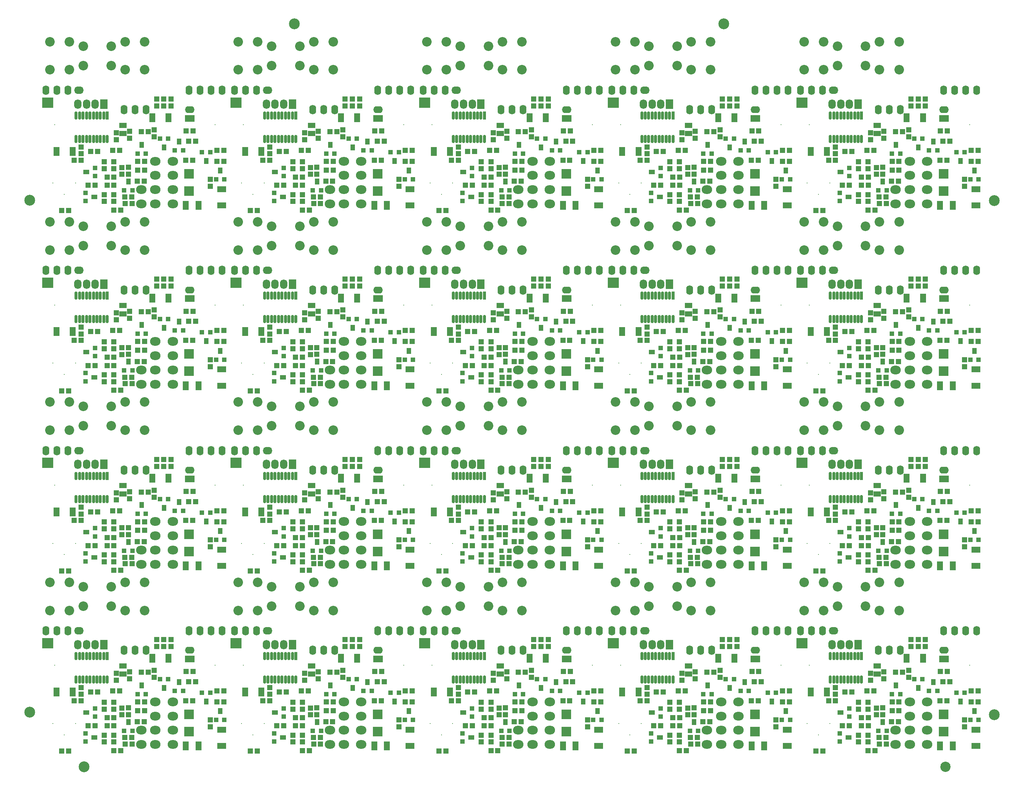
<source format=gts>
G04*
G04 #@! TF.GenerationSoftware,Altium Limited,Altium Designer,23.8.1 (32)*
G04*
G04 Layer_Color=8388736*
%FSTAX26Y26*%
%MOIN*%
G70*
G04*
G04 #@! TF.SameCoordinates,353E1745-25BD-4490-98DE-B48524D5EC12*
G04*
G04*
G04 #@! TF.FilePolarity,Negative*
G04*
G01*
G75*
%ADD55C,0.098425*%
%ADD67C,0.093228*%
%ADD68R,0.057213X0.078866*%
%ADD69R,0.045402X0.047370*%
%ADD70R,0.047370X0.045402*%
%ADD71R,0.044000X0.044000*%
%ADD72R,0.044000X0.058000*%
%ADD73R,0.086740X0.086740*%
%ADD74R,0.044000X0.044000*%
%ADD75R,0.058000X0.044000*%
%ADD76R,0.078866X0.057213*%
%ADD77R,0.053276X0.078866*%
%ADD78R,0.065087X0.047370*%
%ADD79O,0.027685X0.074929*%
%ADD80R,0.027685X0.074929*%
%ADD81O,0.094614X0.078866*%
%ADD82O,0.094614X0.078866*%
%ADD83R,0.086740X0.063118*%
%ADD84O,0.086740X0.063118*%
%ADD85O,0.063118X0.086740*%
%ADD86O,0.086740X0.067055*%
%ADD87C,0.008000*%
%ADD88O,0.067055X0.086740*%
%ADD89R,0.067055X0.086740*%
%ADD90C,0.086740*%
%ADD91R,0.098551X0.094614*%
D55*
X08661266Y00370928D02*
D03*
X06204031Y0664936D02*
D03*
X02304031D02*
D03*
X08661266Y05043928D02*
D03*
X-00098483Y003937D02*
D03*
X00393512Y-00101861D02*
D03*
X-00099298Y05046928D02*
D03*
D67*
X08217266Y-00101867D02*
D03*
D68*
X0014359Y00577345D02*
D03*
X00291228D02*
D03*
X01161609Y00883386D02*
D03*
X01013971D02*
D03*
X01856185Y00577345D02*
D03*
X02003822D02*
D03*
X02874203Y00883386D02*
D03*
X02726565D02*
D03*
X03568778Y00577345D02*
D03*
X03716416D02*
D03*
X04586797Y00883386D02*
D03*
X04439159D02*
D03*
X05281373Y00577345D02*
D03*
X0542901D02*
D03*
X06299391Y00883386D02*
D03*
X06151753D02*
D03*
X06993967Y00577345D02*
D03*
X07141604D02*
D03*
X08011985Y00883386D02*
D03*
X07864347D02*
D03*
X0014359Y02215152D02*
D03*
X00291228D02*
D03*
X01161609Y02521192D02*
D03*
X01013971D02*
D03*
X01856185Y02215152D02*
D03*
X02003822D02*
D03*
X02874203Y02521192D02*
D03*
X02726565D02*
D03*
X03568778Y02215152D02*
D03*
X03716416D02*
D03*
X04586797Y02521192D02*
D03*
X04439159D02*
D03*
X05281373Y02215152D02*
D03*
X0542901D02*
D03*
X06299391Y02521192D02*
D03*
X06151753D02*
D03*
X06993967Y02215152D02*
D03*
X07141604D02*
D03*
X08011985Y02521192D02*
D03*
X07864347D02*
D03*
X0014359Y03852958D02*
D03*
X00291228D02*
D03*
X01161609Y04158999D02*
D03*
X01013971D02*
D03*
X01856185Y03852958D02*
D03*
X02003822D02*
D03*
X02874203Y04158999D02*
D03*
X02726565D02*
D03*
X03568778Y03852958D02*
D03*
X03716416D02*
D03*
X04586797Y04158999D02*
D03*
X04439159D02*
D03*
X05281373Y03852958D02*
D03*
X0542901D02*
D03*
X06299391Y04158999D02*
D03*
X06151753D02*
D03*
X06993967Y03852958D02*
D03*
X07141604D02*
D03*
X08011985Y04158999D02*
D03*
X07864347D02*
D03*
X0014359Y05490765D02*
D03*
X00291228D02*
D03*
X01161609Y05796805D02*
D03*
X01013971D02*
D03*
X01856185Y05490765D02*
D03*
X02003822D02*
D03*
X02874203Y05796805D02*
D03*
X02726565D02*
D03*
X03568778Y05490765D02*
D03*
X03716416D02*
D03*
X04586797Y05796805D02*
D03*
X04439159D02*
D03*
X05281373Y05490765D02*
D03*
X0542901D02*
D03*
X06299391Y05796805D02*
D03*
X06151753D02*
D03*
X06993967Y05490765D02*
D03*
X07141604D02*
D03*
X08011985Y05796805D02*
D03*
X07864347D02*
D03*
D69*
X00765783Y00105531D02*
D03*
X00828776D02*
D03*
X00763862Y00163122D02*
D03*
X00826854D02*
D03*
X00938997Y00306315D02*
D03*
X00876005D02*
D03*
X01661978Y0048795D02*
D03*
X01598986D02*
D03*
X01316583Y00498858D02*
D03*
X01379575D02*
D03*
X01320561Y00762858D02*
D03*
X01383553D02*
D03*
X00944354Y00487191D02*
D03*
X00881362D02*
D03*
X00944354Y00408191D02*
D03*
X00881362D02*
D03*
X00975851Y00758062D02*
D03*
X00912858D02*
D03*
X01598986Y00587564D02*
D03*
X01661978D02*
D03*
X00715912D02*
D03*
X0065292D02*
D03*
X00515931Y00577345D02*
D03*
X00452939D02*
D03*
X0066482Y00269528D02*
D03*
X00601828D02*
D03*
X00601828Y00343937D02*
D03*
X0066482D02*
D03*
X00190475Y00039379D02*
D03*
X00253467D02*
D03*
X00430412Y00269532D02*
D03*
X00493404D02*
D03*
X00663136Y00045448D02*
D03*
X00726128D02*
D03*
X01343306Y0067133D02*
D03*
X01406299D02*
D03*
X00304842Y00498858D02*
D03*
X00367834D02*
D03*
X02478377Y00105531D02*
D03*
X0254137D02*
D03*
X02476456Y00163122D02*
D03*
X02539448D02*
D03*
X02651591Y00306315D02*
D03*
X02588599D02*
D03*
X03374572Y0048795D02*
D03*
X0331158D02*
D03*
X03029177Y00498858D02*
D03*
X03092169D02*
D03*
X03033155Y00762858D02*
D03*
X03096147D02*
D03*
X02656948Y00487191D02*
D03*
X02593956D02*
D03*
X02656948Y00408191D02*
D03*
X02593956D02*
D03*
X02688445Y00758062D02*
D03*
X02625452D02*
D03*
X0331158Y00587564D02*
D03*
X03374572D02*
D03*
X02428506D02*
D03*
X02365514D02*
D03*
X02228525Y00577345D02*
D03*
X02165533D02*
D03*
X02377414Y00269528D02*
D03*
X02314422D02*
D03*
X02314422Y00343937D02*
D03*
X02377414D02*
D03*
X01903069Y00039379D02*
D03*
X01966061D02*
D03*
X02143006Y00269532D02*
D03*
X02205998D02*
D03*
X0237573Y00045448D02*
D03*
X02438722D02*
D03*
X03055901Y0067133D02*
D03*
X03118893D02*
D03*
X02017436Y00498858D02*
D03*
X02080428D02*
D03*
X04190971Y00105531D02*
D03*
X04253964D02*
D03*
X0418905Y00163122D02*
D03*
X04252042D02*
D03*
X04364185Y00306315D02*
D03*
X04301193D02*
D03*
X05087166Y0048795D02*
D03*
X05024174D02*
D03*
X04741771Y00498858D02*
D03*
X04804764D02*
D03*
X04745749Y00762858D02*
D03*
X04808741D02*
D03*
X04369542Y00487191D02*
D03*
X0430655D02*
D03*
X04369542Y00408191D02*
D03*
X0430655D02*
D03*
X04401038Y00758062D02*
D03*
X04338046D02*
D03*
X05024174Y00587564D02*
D03*
X05087166D02*
D03*
X041411D02*
D03*
X04078108D02*
D03*
X03941119Y00577345D02*
D03*
X03878127D02*
D03*
X04090008Y00269528D02*
D03*
X04027016D02*
D03*
X04027016Y00343937D02*
D03*
X04090008D02*
D03*
X03615662Y00039379D02*
D03*
X03678655D02*
D03*
X038556Y00269532D02*
D03*
X03918592D02*
D03*
X04088324Y00045448D02*
D03*
X04151316D02*
D03*
X04768494Y0067133D02*
D03*
X04831487D02*
D03*
X0373003Y00498858D02*
D03*
X03793022D02*
D03*
X05903565Y00105531D02*
D03*
X05966558D02*
D03*
X05901644Y00163122D02*
D03*
X05964636D02*
D03*
X06076779Y00306315D02*
D03*
X06013787D02*
D03*
X0679976Y0048795D02*
D03*
X06736768D02*
D03*
X06454365Y00498858D02*
D03*
X06517358D02*
D03*
X06458343Y00762858D02*
D03*
X06521335D02*
D03*
X06082136Y00487191D02*
D03*
X06019144D02*
D03*
X06082136Y00408191D02*
D03*
X06019144D02*
D03*
X06113632Y00758062D02*
D03*
X0605064D02*
D03*
X06736768Y00587564D02*
D03*
X0679976D02*
D03*
X05853694D02*
D03*
X05790702D02*
D03*
X05653713Y00577345D02*
D03*
X05590721D02*
D03*
X05802602Y00269528D02*
D03*
X0573961D02*
D03*
X0573961Y00343937D02*
D03*
X05802602D02*
D03*
X05328257Y00039379D02*
D03*
X05391249D02*
D03*
X05568194Y00269532D02*
D03*
X05631186D02*
D03*
X05800918Y00045448D02*
D03*
X0586391D02*
D03*
X06481088Y0067133D02*
D03*
X06544081D02*
D03*
X05442624Y00498858D02*
D03*
X05505616D02*
D03*
X07616159Y00105531D02*
D03*
X07679152D02*
D03*
X07614238Y00163122D02*
D03*
X0767723D02*
D03*
X07789373Y00306315D02*
D03*
X07726381D02*
D03*
X08512354Y0048795D02*
D03*
X08449362D02*
D03*
X08166959Y00498858D02*
D03*
X08229951D02*
D03*
X08170937Y00762858D02*
D03*
X08233929D02*
D03*
X0779473Y00487191D02*
D03*
X07731738D02*
D03*
X0779473Y00408191D02*
D03*
X07731738D02*
D03*
X07826226Y00758062D02*
D03*
X07763234D02*
D03*
X08449362Y00587564D02*
D03*
X08512354D02*
D03*
X07566288D02*
D03*
X07503296D02*
D03*
X07366307Y00577345D02*
D03*
X07303315D02*
D03*
X07515196Y00269528D02*
D03*
X07452204D02*
D03*
X07452204Y00343937D02*
D03*
X07515196D02*
D03*
X0704085Y00039379D02*
D03*
X07103843D02*
D03*
X07280788Y00269532D02*
D03*
X0734378D02*
D03*
X07513512Y00045448D02*
D03*
X07576504D02*
D03*
X08193683Y0067133D02*
D03*
X08256675D02*
D03*
X07155218Y00498858D02*
D03*
X0721821D02*
D03*
X00765783Y01743337D02*
D03*
X00828776D02*
D03*
X00763862Y01800928D02*
D03*
X00826854D02*
D03*
X00938997Y01944122D02*
D03*
X00876005D02*
D03*
X01661978Y02125757D02*
D03*
X01598986D02*
D03*
X01316583Y02136665D02*
D03*
X01379575D02*
D03*
X01320561Y02400665D02*
D03*
X01383553D02*
D03*
X00944354Y02124997D02*
D03*
X00881362D02*
D03*
X00944354Y02045997D02*
D03*
X00881362D02*
D03*
X00975851Y02395868D02*
D03*
X00912858D02*
D03*
X01598986Y0222537D02*
D03*
X01661978D02*
D03*
X00715912D02*
D03*
X0065292D02*
D03*
X00515931Y02215152D02*
D03*
X00452939D02*
D03*
X0066482Y01907334D02*
D03*
X00601828D02*
D03*
X00601828Y01981744D02*
D03*
X0066482D02*
D03*
X00190475Y01677186D02*
D03*
X00253467D02*
D03*
X00430412Y01907338D02*
D03*
X00493404D02*
D03*
X00663136Y01683254D02*
D03*
X00726128D02*
D03*
X01343306Y02309137D02*
D03*
X01406299D02*
D03*
X00304842Y02136665D02*
D03*
X00367834D02*
D03*
X02478377Y01743337D02*
D03*
X0254137D02*
D03*
X02476456Y01800928D02*
D03*
X02539448D02*
D03*
X02651591Y01944122D02*
D03*
X02588599D02*
D03*
X03374572Y02125757D02*
D03*
X0331158D02*
D03*
X03029177Y02136665D02*
D03*
X03092169D02*
D03*
X03033155Y02400665D02*
D03*
X03096147D02*
D03*
X02656948Y02124997D02*
D03*
X02593956D02*
D03*
X02656948Y02045997D02*
D03*
X02593956D02*
D03*
X02688445Y02395868D02*
D03*
X02625452D02*
D03*
X0331158Y0222537D02*
D03*
X03374572D02*
D03*
X02428506D02*
D03*
X02365514D02*
D03*
X02228525Y02215152D02*
D03*
X02165533D02*
D03*
X02377414Y01907334D02*
D03*
X02314422D02*
D03*
X02314422Y01981744D02*
D03*
X02377414D02*
D03*
X01903069Y01677186D02*
D03*
X01966061D02*
D03*
X02143006Y01907338D02*
D03*
X02205998D02*
D03*
X0237573Y01683254D02*
D03*
X02438722D02*
D03*
X03055901Y02309137D02*
D03*
X03118893D02*
D03*
X02017436Y02136665D02*
D03*
X02080428D02*
D03*
X04190971Y01743337D02*
D03*
X04253964D02*
D03*
X0418905Y01800928D02*
D03*
X04252042D02*
D03*
X04364185Y01944122D02*
D03*
X04301193D02*
D03*
X05087166Y02125757D02*
D03*
X05024174D02*
D03*
X04741771Y02136665D02*
D03*
X04804764D02*
D03*
X04745749Y02400665D02*
D03*
X04808741D02*
D03*
X04369542Y02124997D02*
D03*
X0430655D02*
D03*
X04369542Y02045997D02*
D03*
X0430655D02*
D03*
X04401038Y02395868D02*
D03*
X04338046D02*
D03*
X05024174Y0222537D02*
D03*
X05087166D02*
D03*
X041411D02*
D03*
X04078108D02*
D03*
X03941119Y02215152D02*
D03*
X03878127D02*
D03*
X04090008Y01907334D02*
D03*
X04027016D02*
D03*
X04027016Y01981744D02*
D03*
X04090008D02*
D03*
X03615662Y01677186D02*
D03*
X03678655D02*
D03*
X038556Y01907338D02*
D03*
X03918592D02*
D03*
X04088324Y01683254D02*
D03*
X04151316D02*
D03*
X04768494Y02309137D02*
D03*
X04831487D02*
D03*
X0373003Y02136665D02*
D03*
X03793022D02*
D03*
X05903565Y01743337D02*
D03*
X05966558D02*
D03*
X05901644Y01800928D02*
D03*
X05964636D02*
D03*
X06076779Y01944122D02*
D03*
X06013787D02*
D03*
X0679976Y02125757D02*
D03*
X06736768D02*
D03*
X06454365Y02136665D02*
D03*
X06517358D02*
D03*
X06458343Y02400665D02*
D03*
X06521335D02*
D03*
X06082136Y02124997D02*
D03*
X06019144D02*
D03*
X06082136Y02045997D02*
D03*
X06019144D02*
D03*
X06113632Y02395868D02*
D03*
X0605064D02*
D03*
X06736768Y0222537D02*
D03*
X0679976D02*
D03*
X05853694D02*
D03*
X05790702D02*
D03*
X05653713Y02215152D02*
D03*
X05590721D02*
D03*
X05802602Y01907334D02*
D03*
X0573961D02*
D03*
X0573961Y01981744D02*
D03*
X05802602D02*
D03*
X05328257Y01677186D02*
D03*
X05391249D02*
D03*
X05568194Y01907338D02*
D03*
X05631186D02*
D03*
X05800918Y01683254D02*
D03*
X0586391D02*
D03*
X06481088Y02309137D02*
D03*
X06544081D02*
D03*
X05442624Y02136665D02*
D03*
X05505616D02*
D03*
X07616159Y01743337D02*
D03*
X07679152D02*
D03*
X07614238Y01800928D02*
D03*
X0767723D02*
D03*
X07789373Y01944122D02*
D03*
X07726381D02*
D03*
X08512354Y02125757D02*
D03*
X08449362D02*
D03*
X08166959Y02136665D02*
D03*
X08229951D02*
D03*
X08170937Y02400665D02*
D03*
X08233929D02*
D03*
X0779473Y02124997D02*
D03*
X07731738D02*
D03*
X0779473Y02045997D02*
D03*
X07731738D02*
D03*
X07826226Y02395868D02*
D03*
X07763234D02*
D03*
X08449362Y0222537D02*
D03*
X08512354D02*
D03*
X07566288D02*
D03*
X07503296D02*
D03*
X07366307Y02215152D02*
D03*
X07303315D02*
D03*
X07515196Y01907334D02*
D03*
X07452204D02*
D03*
X07452204Y01981744D02*
D03*
X07515196D02*
D03*
X0704085Y01677186D02*
D03*
X07103843D02*
D03*
X07280788Y01907338D02*
D03*
X0734378D02*
D03*
X07513512Y01683254D02*
D03*
X07576504D02*
D03*
X08193683Y02309137D02*
D03*
X08256675D02*
D03*
X07155218Y02136665D02*
D03*
X0721821D02*
D03*
X00765783Y03381144D02*
D03*
X00828776D02*
D03*
X00763862Y03438735D02*
D03*
X00826854D02*
D03*
X00938997Y03581928D02*
D03*
X00876005D02*
D03*
X01661978Y03763563D02*
D03*
X01598986D02*
D03*
X01316583Y03774471D02*
D03*
X01379575D02*
D03*
X01320561Y04038471D02*
D03*
X01383553D02*
D03*
X00944354Y03762804D02*
D03*
X00881362D02*
D03*
X00944354Y03683804D02*
D03*
X00881362D02*
D03*
X00975851Y04033674D02*
D03*
X00912858D02*
D03*
X01598986Y03863177D02*
D03*
X01661978D02*
D03*
X00715912D02*
D03*
X0065292D02*
D03*
X00515931Y03852958D02*
D03*
X00452939D02*
D03*
X0066482Y0354514D02*
D03*
X00601828D02*
D03*
X00601828Y0361955D02*
D03*
X0066482D02*
D03*
X00190475Y03314992D02*
D03*
X00253467D02*
D03*
X00430412Y03545144D02*
D03*
X00493404D02*
D03*
X00663136Y03321061D02*
D03*
X00726128D02*
D03*
X01343306Y03946943D02*
D03*
X01406299D02*
D03*
X00304842Y03774471D02*
D03*
X00367834D02*
D03*
X02478377Y03381144D02*
D03*
X0254137D02*
D03*
X02476456Y03438735D02*
D03*
X02539448D02*
D03*
X02651591Y03581928D02*
D03*
X02588599D02*
D03*
X03374572Y03763563D02*
D03*
X0331158D02*
D03*
X03029177Y03774471D02*
D03*
X03092169D02*
D03*
X03033155Y04038471D02*
D03*
X03096147D02*
D03*
X02656948Y03762804D02*
D03*
X02593956D02*
D03*
X02656948Y03683804D02*
D03*
X02593956D02*
D03*
X02688445Y04033674D02*
D03*
X02625452D02*
D03*
X0331158Y03863177D02*
D03*
X03374572D02*
D03*
X02428506D02*
D03*
X02365514D02*
D03*
X02228525Y03852958D02*
D03*
X02165533D02*
D03*
X02377414Y0354514D02*
D03*
X02314422D02*
D03*
X02314422Y0361955D02*
D03*
X02377414D02*
D03*
X01903069Y03314992D02*
D03*
X01966061D02*
D03*
X02143006Y03545144D02*
D03*
X02205998D02*
D03*
X0237573Y03321061D02*
D03*
X02438722D02*
D03*
X03055901Y03946943D02*
D03*
X03118893D02*
D03*
X02017436Y03774471D02*
D03*
X02080428D02*
D03*
X04190971Y03381144D02*
D03*
X04253964D02*
D03*
X0418905Y03438735D02*
D03*
X04252042D02*
D03*
X04364185Y03581928D02*
D03*
X04301193D02*
D03*
X05087166Y03763563D02*
D03*
X05024174D02*
D03*
X04741771Y03774471D02*
D03*
X04804764D02*
D03*
X04745749Y04038471D02*
D03*
X04808741D02*
D03*
X04369542Y03762804D02*
D03*
X0430655D02*
D03*
X04369542Y03683804D02*
D03*
X0430655D02*
D03*
X04401038Y04033674D02*
D03*
X04338046D02*
D03*
X05024174Y03863177D02*
D03*
X05087166D02*
D03*
X041411D02*
D03*
X04078108D02*
D03*
X03941119Y03852958D02*
D03*
X03878127D02*
D03*
X04090008Y0354514D02*
D03*
X04027016D02*
D03*
X04027016Y0361955D02*
D03*
X04090008D02*
D03*
X03615662Y03314992D02*
D03*
X03678655D02*
D03*
X038556Y03545144D02*
D03*
X03918592D02*
D03*
X04088324Y03321061D02*
D03*
X04151316D02*
D03*
X04768494Y03946943D02*
D03*
X04831487D02*
D03*
X0373003Y03774471D02*
D03*
X03793022D02*
D03*
X05903565Y03381144D02*
D03*
X05966558D02*
D03*
X05901644Y03438735D02*
D03*
X05964636D02*
D03*
X06076779Y03581928D02*
D03*
X06013787D02*
D03*
X0679976Y03763563D02*
D03*
X06736768D02*
D03*
X06454365Y03774471D02*
D03*
X06517358D02*
D03*
X06458343Y04038471D02*
D03*
X06521335D02*
D03*
X06082136Y03762804D02*
D03*
X06019144D02*
D03*
X06082136Y03683804D02*
D03*
X06019144D02*
D03*
X06113632Y04033674D02*
D03*
X0605064D02*
D03*
X06736768Y03863177D02*
D03*
X0679976D02*
D03*
X05853694D02*
D03*
X05790702D02*
D03*
X05653713Y03852958D02*
D03*
X05590721D02*
D03*
X05802602Y0354514D02*
D03*
X0573961D02*
D03*
X0573961Y0361955D02*
D03*
X05802602D02*
D03*
X05328257Y03314992D02*
D03*
X05391249D02*
D03*
X05568194Y03545144D02*
D03*
X05631186D02*
D03*
X05800918Y03321061D02*
D03*
X0586391D02*
D03*
X06481088Y03946943D02*
D03*
X06544081D02*
D03*
X05442624Y03774471D02*
D03*
X05505616D02*
D03*
X07616159Y03381144D02*
D03*
X07679152D02*
D03*
X07614238Y03438735D02*
D03*
X0767723D02*
D03*
X07789373Y03581928D02*
D03*
X07726381D02*
D03*
X08512354Y03763563D02*
D03*
X08449362D02*
D03*
X08166959Y03774471D02*
D03*
X08229951D02*
D03*
X08170937Y04038471D02*
D03*
X08233929D02*
D03*
X0779473Y03762804D02*
D03*
X07731738D02*
D03*
X0779473Y03683804D02*
D03*
X07731738D02*
D03*
X07826226Y04033674D02*
D03*
X07763234D02*
D03*
X08449362Y03863177D02*
D03*
X08512354D02*
D03*
X07566288D02*
D03*
X07503296D02*
D03*
X07366307Y03852958D02*
D03*
X07303315D02*
D03*
X07515196Y0354514D02*
D03*
X07452204D02*
D03*
X07452204Y0361955D02*
D03*
X07515196D02*
D03*
X0704085Y03314992D02*
D03*
X07103843D02*
D03*
X07280788Y03545144D02*
D03*
X0734378D02*
D03*
X07513512Y03321061D02*
D03*
X07576504D02*
D03*
X08193683Y03946943D02*
D03*
X08256675D02*
D03*
X07155218Y03774471D02*
D03*
X0721821D02*
D03*
X00765783Y0501895D02*
D03*
X00828776D02*
D03*
X00763862Y05076541D02*
D03*
X00826854D02*
D03*
X00938997Y05219734D02*
D03*
X00876005D02*
D03*
X01661978Y0540137D02*
D03*
X01598986D02*
D03*
X01316583Y05412278D02*
D03*
X01379575D02*
D03*
X01320561Y05676278D02*
D03*
X01383553D02*
D03*
X00944354Y0540061D02*
D03*
X00881362D02*
D03*
X00944354Y0532161D02*
D03*
X00881362D02*
D03*
X00975851Y05671481D02*
D03*
X00912858D02*
D03*
X01598986Y05500983D02*
D03*
X01661978D02*
D03*
X00715912D02*
D03*
X0065292D02*
D03*
X00515931Y05490765D02*
D03*
X00452939D02*
D03*
X0066482Y05182947D02*
D03*
X00601828D02*
D03*
X00601828Y05257356D02*
D03*
X0066482D02*
D03*
X00190475Y04952799D02*
D03*
X00253467D02*
D03*
X00430412Y05182951D02*
D03*
X00493404D02*
D03*
X00663136Y04958867D02*
D03*
X00726128D02*
D03*
X01343306Y0558475D02*
D03*
X01406299D02*
D03*
X00304842Y05412278D02*
D03*
X00367834D02*
D03*
X02478377Y0501895D02*
D03*
X0254137D02*
D03*
X02476456Y05076541D02*
D03*
X02539448D02*
D03*
X02651591Y05219734D02*
D03*
X02588599D02*
D03*
X03374572Y0540137D02*
D03*
X0331158D02*
D03*
X03029177Y05412278D02*
D03*
X03092169D02*
D03*
X03033155Y05676278D02*
D03*
X03096147D02*
D03*
X02656948Y0540061D02*
D03*
X02593956D02*
D03*
X02656948Y0532161D02*
D03*
X02593956D02*
D03*
X02688445Y05671481D02*
D03*
X02625452D02*
D03*
X0331158Y05500983D02*
D03*
X03374572D02*
D03*
X02428506D02*
D03*
X02365514D02*
D03*
X02228525Y05490765D02*
D03*
X02165533D02*
D03*
X02377414Y05182947D02*
D03*
X02314422D02*
D03*
X02314422Y05257356D02*
D03*
X02377414D02*
D03*
X01903069Y04952799D02*
D03*
X01966061D02*
D03*
X02143006Y05182951D02*
D03*
X02205998D02*
D03*
X0237573Y04958867D02*
D03*
X02438722D02*
D03*
X03055901Y0558475D02*
D03*
X03118893D02*
D03*
X02017436Y05412278D02*
D03*
X02080428D02*
D03*
X04190971Y0501895D02*
D03*
X04253964D02*
D03*
X0418905Y05076541D02*
D03*
X04252042D02*
D03*
X04364185Y05219734D02*
D03*
X04301193D02*
D03*
X05087166Y0540137D02*
D03*
X05024174D02*
D03*
X04741771Y05412278D02*
D03*
X04804764D02*
D03*
X04745749Y05676278D02*
D03*
X04808741D02*
D03*
X04369542Y0540061D02*
D03*
X0430655D02*
D03*
X04369542Y0532161D02*
D03*
X0430655D02*
D03*
X04401038Y05671481D02*
D03*
X04338046D02*
D03*
X05024174Y05500983D02*
D03*
X05087166D02*
D03*
X041411D02*
D03*
X04078108D02*
D03*
X03941119Y05490765D02*
D03*
X03878127D02*
D03*
X04090008Y05182947D02*
D03*
X04027016D02*
D03*
X04027016Y05257356D02*
D03*
X04090008D02*
D03*
X03615662Y04952799D02*
D03*
X03678655D02*
D03*
X038556Y05182951D02*
D03*
X03918592D02*
D03*
X04088324Y04958867D02*
D03*
X04151316D02*
D03*
X04768494Y0558475D02*
D03*
X04831487D02*
D03*
X0373003Y05412278D02*
D03*
X03793022D02*
D03*
X05903565Y0501895D02*
D03*
X05966558D02*
D03*
X05901644Y05076541D02*
D03*
X05964636D02*
D03*
X06076779Y05219734D02*
D03*
X06013787D02*
D03*
X0679976Y0540137D02*
D03*
X06736768D02*
D03*
X06454365Y05412278D02*
D03*
X06517358D02*
D03*
X06458343Y05676278D02*
D03*
X06521335D02*
D03*
X06082136Y0540061D02*
D03*
X06019144D02*
D03*
X06082136Y0532161D02*
D03*
X06019144D02*
D03*
X06113632Y05671481D02*
D03*
X0605064D02*
D03*
X06736768Y05500983D02*
D03*
X0679976D02*
D03*
X05853694D02*
D03*
X05790702D02*
D03*
X05653713Y05490765D02*
D03*
X05590721D02*
D03*
X05802602Y05182947D02*
D03*
X0573961D02*
D03*
X0573961Y05257356D02*
D03*
X05802602D02*
D03*
X05328257Y04952799D02*
D03*
X05391249D02*
D03*
X05568194Y05182951D02*
D03*
X05631186D02*
D03*
X05800918Y04958867D02*
D03*
X0586391D02*
D03*
X06481088Y0558475D02*
D03*
X06544081D02*
D03*
X05442624Y05412278D02*
D03*
X05505616D02*
D03*
X07616159Y0501895D02*
D03*
X07679152D02*
D03*
X07614238Y05076541D02*
D03*
X0767723D02*
D03*
X07789373Y05219734D02*
D03*
X07726381D02*
D03*
X08512354Y0540137D02*
D03*
X08449362D02*
D03*
X08166959Y05412278D02*
D03*
X08229951D02*
D03*
X08170937Y05676278D02*
D03*
X08233929D02*
D03*
X0779473Y0540061D02*
D03*
X07731738D02*
D03*
X0779473Y0532161D02*
D03*
X07731738D02*
D03*
X07826226Y05671481D02*
D03*
X07763234D02*
D03*
X08449362Y05500983D02*
D03*
X08512354D02*
D03*
X07566288D02*
D03*
X07503296D02*
D03*
X07366307Y05490765D02*
D03*
X07303315D02*
D03*
X07515196Y05182947D02*
D03*
X07452204D02*
D03*
X07452204Y05257356D02*
D03*
X07515196D02*
D03*
X0704085Y04952799D02*
D03*
X07103843D02*
D03*
X07280788Y05182951D02*
D03*
X0734378D02*
D03*
X07513512Y04958867D02*
D03*
X07576504D02*
D03*
X08193683Y0558475D02*
D03*
X08256675D02*
D03*
X07155218Y05412278D02*
D03*
X0721821D02*
D03*
D70*
X0073814Y00369423D02*
D03*
Y00432415D02*
D03*
X00795311Y0043338D02*
D03*
Y00370387D02*
D03*
X01031506Y00711362D02*
D03*
Y00774355D02*
D03*
X01539903Y00260313D02*
D03*
Y00323305D02*
D03*
X00807Y00760496D02*
D03*
Y00697504D02*
D03*
X00663834Y00185868D02*
D03*
Y00122876D02*
D03*
X00575834Y0042254D02*
D03*
Y00485532D02*
D03*
X00663324D02*
D03*
Y0042254D02*
D03*
X00575834Y00122876D02*
D03*
Y00185868D02*
D03*
X01118025Y0099078D02*
D03*
Y01053773D02*
D03*
X00685321Y00685259D02*
D03*
Y00748251D02*
D03*
X01184568Y0099078D02*
D03*
Y01053773D02*
D03*
X01051876D02*
D03*
Y0099078D02*
D03*
X00367834Y00556068D02*
D03*
Y0061906D02*
D03*
X02450734Y00369423D02*
D03*
Y00432415D02*
D03*
X02507905Y0043338D02*
D03*
Y00370387D02*
D03*
X027441Y00711362D02*
D03*
Y00774355D02*
D03*
X03252497Y00260313D02*
D03*
Y00323305D02*
D03*
X02519594Y00760496D02*
D03*
Y00697504D02*
D03*
X02376428Y00185868D02*
D03*
Y00122876D02*
D03*
X02288428Y0042254D02*
D03*
Y00485532D02*
D03*
X02375918D02*
D03*
Y0042254D02*
D03*
X02288428Y00122876D02*
D03*
Y00185868D02*
D03*
X02830619Y0099078D02*
D03*
Y01053773D02*
D03*
X02397915Y00685259D02*
D03*
Y00748251D02*
D03*
X02897162Y0099078D02*
D03*
Y01053773D02*
D03*
X0276447D02*
D03*
Y0099078D02*
D03*
X02080428Y00556068D02*
D03*
Y0061906D02*
D03*
X04163328Y00369423D02*
D03*
Y00432415D02*
D03*
X04220499Y0043338D02*
D03*
Y00370387D02*
D03*
X04456694Y00711362D02*
D03*
Y00774355D02*
D03*
X04965091Y00260313D02*
D03*
Y00323305D02*
D03*
X04232188Y00760496D02*
D03*
Y00697504D02*
D03*
X04089022Y00185868D02*
D03*
Y00122876D02*
D03*
X04001022Y0042254D02*
D03*
Y00485532D02*
D03*
X04088512D02*
D03*
Y0042254D02*
D03*
X04001022Y00122876D02*
D03*
Y00185868D02*
D03*
X04543213Y0099078D02*
D03*
Y01053773D02*
D03*
X04110509Y00685259D02*
D03*
Y00748251D02*
D03*
X04609756Y0099078D02*
D03*
Y01053773D02*
D03*
X04477064D02*
D03*
Y0099078D02*
D03*
X03793022Y00556068D02*
D03*
Y0061906D02*
D03*
X05875922Y00369423D02*
D03*
Y00432415D02*
D03*
X05933093Y0043338D02*
D03*
Y00370387D02*
D03*
X06169288Y00711362D02*
D03*
Y00774355D02*
D03*
X06677685Y00260313D02*
D03*
Y00323305D02*
D03*
X05944782Y00760496D02*
D03*
Y00697504D02*
D03*
X05801616Y00185868D02*
D03*
Y00122876D02*
D03*
X05713616Y0042254D02*
D03*
Y00485532D02*
D03*
X05801106D02*
D03*
Y0042254D02*
D03*
X05713616Y00122876D02*
D03*
Y00185868D02*
D03*
X06255807Y0099078D02*
D03*
Y01053773D02*
D03*
X05823103Y00685259D02*
D03*
Y00748251D02*
D03*
X0632235Y0099078D02*
D03*
Y01053773D02*
D03*
X06189658D02*
D03*
Y0099078D02*
D03*
X05505616Y00556068D02*
D03*
Y0061906D02*
D03*
X07588516Y00369423D02*
D03*
Y00432415D02*
D03*
X07645687Y0043338D02*
D03*
Y00370387D02*
D03*
X07881882Y00711362D02*
D03*
Y00774355D02*
D03*
X08390279Y00260313D02*
D03*
Y00323305D02*
D03*
X07657376Y00760496D02*
D03*
Y00697504D02*
D03*
X0751421Y00185868D02*
D03*
Y00122876D02*
D03*
X0742621Y0042254D02*
D03*
Y00485532D02*
D03*
X075137D02*
D03*
Y0042254D02*
D03*
X0742621Y00122876D02*
D03*
Y00185868D02*
D03*
X07968401Y0099078D02*
D03*
Y01053773D02*
D03*
X07535697Y00685259D02*
D03*
Y00748251D02*
D03*
X08034944Y0099078D02*
D03*
Y01053773D02*
D03*
X07902252D02*
D03*
Y0099078D02*
D03*
X0721821Y00556068D02*
D03*
Y0061906D02*
D03*
X0073814Y02007229D02*
D03*
Y02070221D02*
D03*
X00795311Y02071186D02*
D03*
Y02008194D02*
D03*
X01031506Y02349169D02*
D03*
Y02412161D02*
D03*
X01539903Y01898119D02*
D03*
Y01961111D02*
D03*
X00807Y02398302D02*
D03*
Y0233531D02*
D03*
X00663834Y01823675D02*
D03*
Y01760682D02*
D03*
X00575834Y02060347D02*
D03*
Y02123339D02*
D03*
X00663324D02*
D03*
Y02060347D02*
D03*
X00575834Y01760682D02*
D03*
Y01823675D02*
D03*
X01118025Y02628587D02*
D03*
Y02691579D02*
D03*
X00685321Y02323066D02*
D03*
Y02386058D02*
D03*
X01184568Y02628587D02*
D03*
Y02691579D02*
D03*
X01051876D02*
D03*
Y02628587D02*
D03*
X00367834Y02193874D02*
D03*
Y02256866D02*
D03*
X02450734Y02007229D02*
D03*
Y02070221D02*
D03*
X02507905Y02071186D02*
D03*
Y02008194D02*
D03*
X027441Y02349169D02*
D03*
Y02412161D02*
D03*
X03252497Y01898119D02*
D03*
Y01961111D02*
D03*
X02519594Y02398302D02*
D03*
Y0233531D02*
D03*
X02376428Y01823675D02*
D03*
Y01760682D02*
D03*
X02288428Y02060347D02*
D03*
Y02123339D02*
D03*
X02375918D02*
D03*
Y02060347D02*
D03*
X02288428Y01760682D02*
D03*
Y01823675D02*
D03*
X02830619Y02628587D02*
D03*
Y02691579D02*
D03*
X02397915Y02323066D02*
D03*
Y02386058D02*
D03*
X02897162Y02628587D02*
D03*
Y02691579D02*
D03*
X0276447D02*
D03*
Y02628587D02*
D03*
X02080428Y02193874D02*
D03*
Y02256866D02*
D03*
X04163328Y02007229D02*
D03*
Y02070221D02*
D03*
X04220499Y02071186D02*
D03*
Y02008194D02*
D03*
X04456694Y02349169D02*
D03*
Y02412161D02*
D03*
X04965091Y01898119D02*
D03*
Y01961111D02*
D03*
X04232188Y02398302D02*
D03*
Y0233531D02*
D03*
X04089022Y01823675D02*
D03*
Y01760682D02*
D03*
X04001022Y02060347D02*
D03*
Y02123339D02*
D03*
X04088512D02*
D03*
Y02060347D02*
D03*
X04001022Y01760682D02*
D03*
Y01823675D02*
D03*
X04543213Y02628587D02*
D03*
Y02691579D02*
D03*
X04110509Y02323066D02*
D03*
Y02386058D02*
D03*
X04609756Y02628587D02*
D03*
Y02691579D02*
D03*
X04477064D02*
D03*
Y02628587D02*
D03*
X03793022Y02193874D02*
D03*
Y02256866D02*
D03*
X05875922Y02007229D02*
D03*
Y02070221D02*
D03*
X05933093Y02071186D02*
D03*
Y02008194D02*
D03*
X06169288Y02349169D02*
D03*
Y02412161D02*
D03*
X06677685Y01898119D02*
D03*
Y01961111D02*
D03*
X05944782Y02398302D02*
D03*
Y0233531D02*
D03*
X05801616Y01823675D02*
D03*
Y01760682D02*
D03*
X05713616Y02060347D02*
D03*
Y02123339D02*
D03*
X05801106D02*
D03*
Y02060347D02*
D03*
X05713616Y01760682D02*
D03*
Y01823675D02*
D03*
X06255807Y02628587D02*
D03*
Y02691579D02*
D03*
X05823103Y02323066D02*
D03*
Y02386058D02*
D03*
X0632235Y02628587D02*
D03*
Y02691579D02*
D03*
X06189658D02*
D03*
Y02628587D02*
D03*
X05505616Y02193874D02*
D03*
Y02256866D02*
D03*
X07588516Y02007229D02*
D03*
Y02070221D02*
D03*
X07645687Y02071186D02*
D03*
Y02008194D02*
D03*
X07881882Y02349169D02*
D03*
Y02412161D02*
D03*
X08390279Y01898119D02*
D03*
Y01961111D02*
D03*
X07657376Y02398302D02*
D03*
Y0233531D02*
D03*
X0751421Y01823675D02*
D03*
Y01760682D02*
D03*
X0742621Y02060347D02*
D03*
Y02123339D02*
D03*
X075137D02*
D03*
Y02060347D02*
D03*
X0742621Y01760682D02*
D03*
Y01823675D02*
D03*
X07968401Y02628587D02*
D03*
Y02691579D02*
D03*
X07535697Y02323066D02*
D03*
Y02386058D02*
D03*
X08034944Y02628587D02*
D03*
Y02691579D02*
D03*
X07902252D02*
D03*
Y02628587D02*
D03*
X0721821Y02193874D02*
D03*
Y02256866D02*
D03*
X0073814Y03645035D02*
D03*
Y03708028D02*
D03*
X00795311Y03708992D02*
D03*
Y03646D02*
D03*
X01031506Y03986975D02*
D03*
Y04049967D02*
D03*
X01539903Y03535925D02*
D03*
Y03598918D02*
D03*
X00807Y04036109D02*
D03*
Y03973117D02*
D03*
X00663834Y03461481D02*
D03*
Y03398489D02*
D03*
X00575834Y03698153D02*
D03*
Y03761145D02*
D03*
X00663324D02*
D03*
Y03698153D02*
D03*
X00575834Y03398489D02*
D03*
Y03461481D02*
D03*
X01118025Y04266393D02*
D03*
Y04329385D02*
D03*
X00685321Y03960872D02*
D03*
Y04023864D02*
D03*
X01184568Y04266393D02*
D03*
Y04329385D02*
D03*
X01051876D02*
D03*
Y04266393D02*
D03*
X00367834Y03831681D02*
D03*
Y03894673D02*
D03*
X02450734Y03645035D02*
D03*
Y03708028D02*
D03*
X02507905Y03708992D02*
D03*
Y03646D02*
D03*
X027441Y03986975D02*
D03*
Y04049967D02*
D03*
X03252497Y03535925D02*
D03*
Y03598918D02*
D03*
X02519594Y04036109D02*
D03*
Y03973117D02*
D03*
X02376428Y03461481D02*
D03*
Y03398489D02*
D03*
X02288428Y03698153D02*
D03*
Y03761145D02*
D03*
X02375918D02*
D03*
Y03698153D02*
D03*
X02288428Y03398489D02*
D03*
Y03461481D02*
D03*
X02830619Y04266393D02*
D03*
Y04329385D02*
D03*
X02397915Y03960872D02*
D03*
Y04023864D02*
D03*
X02897162Y04266393D02*
D03*
Y04329385D02*
D03*
X0276447D02*
D03*
Y04266393D02*
D03*
X02080428Y03831681D02*
D03*
Y03894673D02*
D03*
X04163328Y03645035D02*
D03*
Y03708028D02*
D03*
X04220499Y03708992D02*
D03*
Y03646D02*
D03*
X04456694Y03986975D02*
D03*
Y04049967D02*
D03*
X04965091Y03535925D02*
D03*
Y03598918D02*
D03*
X04232188Y04036109D02*
D03*
Y03973117D02*
D03*
X04089022Y03461481D02*
D03*
Y03398489D02*
D03*
X04001022Y03698153D02*
D03*
Y03761145D02*
D03*
X04088512D02*
D03*
Y03698153D02*
D03*
X04001022Y03398489D02*
D03*
Y03461481D02*
D03*
X04543213Y04266393D02*
D03*
Y04329385D02*
D03*
X04110509Y03960872D02*
D03*
Y04023864D02*
D03*
X04609756Y04266393D02*
D03*
Y04329385D02*
D03*
X04477064D02*
D03*
Y04266393D02*
D03*
X03793022Y03831681D02*
D03*
Y03894673D02*
D03*
X05875922Y03645035D02*
D03*
Y03708028D02*
D03*
X05933093Y03708992D02*
D03*
Y03646D02*
D03*
X06169288Y03986975D02*
D03*
Y04049967D02*
D03*
X06677685Y03535925D02*
D03*
Y03598918D02*
D03*
X05944782Y04036109D02*
D03*
Y03973117D02*
D03*
X05801616Y03461481D02*
D03*
Y03398489D02*
D03*
X05713616Y03698153D02*
D03*
Y03761145D02*
D03*
X05801106D02*
D03*
Y03698153D02*
D03*
X05713616Y03398489D02*
D03*
Y03461481D02*
D03*
X06255807Y04266393D02*
D03*
Y04329385D02*
D03*
X05823103Y03960872D02*
D03*
Y04023864D02*
D03*
X0632235Y04266393D02*
D03*
Y04329385D02*
D03*
X06189658D02*
D03*
Y04266393D02*
D03*
X05505616Y03831681D02*
D03*
Y03894673D02*
D03*
X07588516Y03645035D02*
D03*
Y03708028D02*
D03*
X07645687Y03708992D02*
D03*
Y03646D02*
D03*
X07881882Y03986975D02*
D03*
Y04049967D02*
D03*
X08390279Y03535925D02*
D03*
Y03598918D02*
D03*
X07657376Y04036109D02*
D03*
Y03973117D02*
D03*
X0751421Y03461481D02*
D03*
Y03398489D02*
D03*
X0742621Y03698153D02*
D03*
Y03761145D02*
D03*
X075137D02*
D03*
Y03698153D02*
D03*
X0742621Y03398489D02*
D03*
Y03461481D02*
D03*
X07968401Y04266393D02*
D03*
Y04329385D02*
D03*
X07535697Y03960872D02*
D03*
Y04023864D02*
D03*
X08034944Y04266393D02*
D03*
Y04329385D02*
D03*
X07902252D02*
D03*
Y04266393D02*
D03*
X0721821Y03831681D02*
D03*
Y03894673D02*
D03*
X0073814Y05282842D02*
D03*
Y05345834D02*
D03*
X00795311Y05346799D02*
D03*
Y05283807D02*
D03*
X01031506Y05624782D02*
D03*
Y05687774D02*
D03*
X01539903Y05173732D02*
D03*
Y05236724D02*
D03*
X00807Y05673915D02*
D03*
Y05610923D02*
D03*
X00663834Y05099287D02*
D03*
Y05036295D02*
D03*
X00575834Y05335959D02*
D03*
Y05398952D02*
D03*
X00663324D02*
D03*
Y05335959D02*
D03*
X00575834Y05036295D02*
D03*
Y05099287D02*
D03*
X01118025Y059042D02*
D03*
Y05967192D02*
D03*
X00685321Y05598678D02*
D03*
Y05661671D02*
D03*
X01184568Y059042D02*
D03*
Y05967192D02*
D03*
X01051876D02*
D03*
Y059042D02*
D03*
X00367834Y05469487D02*
D03*
Y05532479D02*
D03*
X02450734Y05282842D02*
D03*
Y05345834D02*
D03*
X02507905Y05346799D02*
D03*
Y05283807D02*
D03*
X027441Y05624782D02*
D03*
Y05687774D02*
D03*
X03252497Y05173732D02*
D03*
Y05236724D02*
D03*
X02519594Y05673915D02*
D03*
Y05610923D02*
D03*
X02376428Y05099287D02*
D03*
Y05036295D02*
D03*
X02288428Y05335959D02*
D03*
Y05398952D02*
D03*
X02375918D02*
D03*
Y05335959D02*
D03*
X02288428Y05036295D02*
D03*
Y05099287D02*
D03*
X02830619Y059042D02*
D03*
Y05967192D02*
D03*
X02397915Y05598678D02*
D03*
Y05661671D02*
D03*
X02897162Y059042D02*
D03*
Y05967192D02*
D03*
X0276447D02*
D03*
Y059042D02*
D03*
X02080428Y05469487D02*
D03*
Y05532479D02*
D03*
X04163328Y05282842D02*
D03*
Y05345834D02*
D03*
X04220499Y05346799D02*
D03*
Y05283807D02*
D03*
X04456694Y05624782D02*
D03*
Y05687774D02*
D03*
X04965091Y05173732D02*
D03*
Y05236724D02*
D03*
X04232188Y05673915D02*
D03*
Y05610923D02*
D03*
X04089022Y05099287D02*
D03*
Y05036295D02*
D03*
X04001022Y05335959D02*
D03*
Y05398952D02*
D03*
X04088512D02*
D03*
Y05335959D02*
D03*
X04001022Y05036295D02*
D03*
Y05099287D02*
D03*
X04543213Y059042D02*
D03*
Y05967192D02*
D03*
X04110509Y05598678D02*
D03*
Y05661671D02*
D03*
X04609756Y059042D02*
D03*
Y05967192D02*
D03*
X04477064D02*
D03*
Y059042D02*
D03*
X03793022Y05469487D02*
D03*
Y05532479D02*
D03*
X05875922Y05282842D02*
D03*
Y05345834D02*
D03*
X05933093Y05346799D02*
D03*
Y05283807D02*
D03*
X06169288Y05624782D02*
D03*
Y05687774D02*
D03*
X06677685Y05173732D02*
D03*
Y05236724D02*
D03*
X05944782Y05673915D02*
D03*
Y05610923D02*
D03*
X05801616Y05099287D02*
D03*
Y05036295D02*
D03*
X05713616Y05335959D02*
D03*
Y05398952D02*
D03*
X05801106D02*
D03*
Y05335959D02*
D03*
X05713616Y05036295D02*
D03*
Y05099287D02*
D03*
X06255807Y059042D02*
D03*
Y05967192D02*
D03*
X05823103Y05598678D02*
D03*
Y05661671D02*
D03*
X0632235Y059042D02*
D03*
Y05967192D02*
D03*
X06189658D02*
D03*
Y059042D02*
D03*
X05505616Y05469487D02*
D03*
Y05532479D02*
D03*
X07588516Y05282842D02*
D03*
Y05345834D02*
D03*
X07645687Y05346799D02*
D03*
Y05283807D02*
D03*
X07881882Y05624782D02*
D03*
Y05687774D02*
D03*
X08390279Y05173732D02*
D03*
Y05236724D02*
D03*
X07657376Y05673915D02*
D03*
Y05610923D02*
D03*
X0751421Y05099287D02*
D03*
Y05036295D02*
D03*
X0742621Y05335959D02*
D03*
Y05398952D02*
D03*
X075137D02*
D03*
Y05335959D02*
D03*
X0742621Y05036295D02*
D03*
Y05099287D02*
D03*
X07968401Y059042D02*
D03*
Y05967192D02*
D03*
X07535697Y05598678D02*
D03*
Y05661671D02*
D03*
X08034944Y059042D02*
D03*
Y05967192D02*
D03*
X07902252D02*
D03*
Y059042D02*
D03*
X0721821Y05469487D02*
D03*
Y05532479D02*
D03*
D71*
X00757858Y00224843D02*
D03*
X00832858D02*
D03*
X0115755Y00693276D02*
D03*
X0108255D02*
D03*
X012925Y00588D02*
D03*
X012175D02*
D03*
X01592482Y00323305D02*
D03*
X01667482D02*
D03*
X01464903Y00570519D02*
D03*
X01539903D02*
D03*
X00879824Y00558983D02*
D03*
X00954824D02*
D03*
X02470452Y00224843D02*
D03*
X02545452D02*
D03*
X02870144Y00693276D02*
D03*
X02795144D02*
D03*
X03005094Y00588D02*
D03*
X02930094D02*
D03*
X03305076Y00323305D02*
D03*
X03380076D02*
D03*
X03177497Y00570519D02*
D03*
X03252497D02*
D03*
X02592418Y00558983D02*
D03*
X02667418D02*
D03*
X04183046Y00224843D02*
D03*
X04258046D02*
D03*
X04582738Y00693276D02*
D03*
X04507738D02*
D03*
X04717688Y00588D02*
D03*
X04642688D02*
D03*
X0501767Y00323305D02*
D03*
X0509267D02*
D03*
X04890091Y00570519D02*
D03*
X04965091D02*
D03*
X04305012Y00558983D02*
D03*
X04380012D02*
D03*
X0589564Y00224843D02*
D03*
X0597064D02*
D03*
X06295332Y00693276D02*
D03*
X06220332D02*
D03*
X06430282Y00588D02*
D03*
X06355282D02*
D03*
X06730264Y00323305D02*
D03*
X06805264D02*
D03*
X06602685Y00570519D02*
D03*
X06677685D02*
D03*
X06017606Y00558983D02*
D03*
X06092606D02*
D03*
X07608234Y00224843D02*
D03*
X07683234D02*
D03*
X08007926Y00693276D02*
D03*
X07932926D02*
D03*
X08142876Y00588D02*
D03*
X08067876D02*
D03*
X08442858Y00323305D02*
D03*
X08517858D02*
D03*
X08315279Y00570519D02*
D03*
X08390279D02*
D03*
X077302Y00558983D02*
D03*
X078052D02*
D03*
X00757858Y01862649D02*
D03*
X00832858D02*
D03*
X0115755Y02331083D02*
D03*
X0108255D02*
D03*
X012925Y02225807D02*
D03*
X012175D02*
D03*
X01592482Y01961111D02*
D03*
X01667482D02*
D03*
X01464903Y02208325D02*
D03*
X01539903D02*
D03*
X00879824Y02196789D02*
D03*
X00954824D02*
D03*
X02470452Y01862649D02*
D03*
X02545452D02*
D03*
X02870144Y02331083D02*
D03*
X02795144D02*
D03*
X03005094Y02225807D02*
D03*
X02930094D02*
D03*
X03305076Y01961111D02*
D03*
X03380076D02*
D03*
X03177497Y02208325D02*
D03*
X03252497D02*
D03*
X02592418Y02196789D02*
D03*
X02667418D02*
D03*
X04183046Y01862649D02*
D03*
X04258046D02*
D03*
X04582738Y02331083D02*
D03*
X04507738D02*
D03*
X04717688Y02225807D02*
D03*
X04642688D02*
D03*
X0501767Y01961111D02*
D03*
X0509267D02*
D03*
X04890091Y02208325D02*
D03*
X04965091D02*
D03*
X04305012Y02196789D02*
D03*
X04380012D02*
D03*
X0589564Y01862649D02*
D03*
X0597064D02*
D03*
X06295332Y02331083D02*
D03*
X06220332D02*
D03*
X06430282Y02225807D02*
D03*
X06355282D02*
D03*
X06730264Y01961111D02*
D03*
X06805264D02*
D03*
X06602685Y02208325D02*
D03*
X06677685D02*
D03*
X06017606Y02196789D02*
D03*
X06092606D02*
D03*
X07608234Y01862649D02*
D03*
X07683234D02*
D03*
X08007926Y02331083D02*
D03*
X07932926D02*
D03*
X08142876Y02225807D02*
D03*
X08067876D02*
D03*
X08442858Y01961111D02*
D03*
X08517858D02*
D03*
X08315279Y02208325D02*
D03*
X08390279D02*
D03*
X077302Y02196789D02*
D03*
X078052D02*
D03*
X00757858Y03500455D02*
D03*
X00832858D02*
D03*
X0115755Y03968889D02*
D03*
X0108255D02*
D03*
X012925Y03863613D02*
D03*
X012175D02*
D03*
X01592482Y03598918D02*
D03*
X01667482D02*
D03*
X01464903Y03846132D02*
D03*
X01539903D02*
D03*
X00879824Y03834596D02*
D03*
X00954824D02*
D03*
X02470452Y03500455D02*
D03*
X02545452D02*
D03*
X02870144Y03968889D02*
D03*
X02795144D02*
D03*
X03005094Y03863613D02*
D03*
X02930094D02*
D03*
X03305076Y03598918D02*
D03*
X03380076D02*
D03*
X03177497Y03846132D02*
D03*
X03252497D02*
D03*
X02592418Y03834596D02*
D03*
X02667418D02*
D03*
X04183046Y03500455D02*
D03*
X04258046D02*
D03*
X04582738Y03968889D02*
D03*
X04507738D02*
D03*
X04717688Y03863613D02*
D03*
X04642688D02*
D03*
X0501767Y03598918D02*
D03*
X0509267D02*
D03*
X04890091Y03846132D02*
D03*
X04965091D02*
D03*
X04305012Y03834596D02*
D03*
X04380012D02*
D03*
X0589564Y03500455D02*
D03*
X0597064D02*
D03*
X06295332Y03968889D02*
D03*
X06220332D02*
D03*
X06430282Y03863613D02*
D03*
X06355282D02*
D03*
X06730264Y03598918D02*
D03*
X06805264D02*
D03*
X06602685Y03846132D02*
D03*
X06677685D02*
D03*
X06017606Y03834596D02*
D03*
X06092606D02*
D03*
X07608234Y03500455D02*
D03*
X07683234D02*
D03*
X08007926Y03968889D02*
D03*
X07932926D02*
D03*
X08142876Y03863613D02*
D03*
X08067876D02*
D03*
X08442858Y03598918D02*
D03*
X08517858D02*
D03*
X08315279Y03846132D02*
D03*
X08390279D02*
D03*
X077302Y03834596D02*
D03*
X078052D02*
D03*
X00757858Y05138262D02*
D03*
X00832858D02*
D03*
X0115755Y05606695D02*
D03*
X0108255D02*
D03*
X012925Y05501419D02*
D03*
X012175D02*
D03*
X01592482Y05236724D02*
D03*
X01667482D02*
D03*
X01464903Y05483938D02*
D03*
X01539903D02*
D03*
X00879824Y05472402D02*
D03*
X00954824D02*
D03*
X02470452Y05138262D02*
D03*
X02545452D02*
D03*
X02870144Y05606695D02*
D03*
X02795144D02*
D03*
X03005094Y05501419D02*
D03*
X02930094D02*
D03*
X03305076Y05236724D02*
D03*
X03380076D02*
D03*
X03177497Y05483938D02*
D03*
X03252497D02*
D03*
X02592418Y05472402D02*
D03*
X02667418D02*
D03*
X04183046Y05138262D02*
D03*
X04258046D02*
D03*
X04582738Y05606695D02*
D03*
X04507738D02*
D03*
X04717688Y05501419D02*
D03*
X04642688D02*
D03*
X0501767Y05236724D02*
D03*
X0509267D02*
D03*
X04890091Y05483938D02*
D03*
X04965091D02*
D03*
X04305012Y05472402D02*
D03*
X04380012D02*
D03*
X0589564Y05138262D02*
D03*
X0597064D02*
D03*
X06295332Y05606695D02*
D03*
X06220332D02*
D03*
X06430282Y05501419D02*
D03*
X06355282D02*
D03*
X06730264Y05236724D02*
D03*
X06805264D02*
D03*
X06602685Y05483938D02*
D03*
X06677685D02*
D03*
X06017606Y05472402D02*
D03*
X06092606D02*
D03*
X07608234Y05138262D02*
D03*
X07683234D02*
D03*
X08007926Y05606695D02*
D03*
X07932926D02*
D03*
X08142876Y05501419D02*
D03*
X08067876D02*
D03*
X08442858Y05236724D02*
D03*
X08517858D02*
D03*
X08315279Y05483938D02*
D03*
X08390279D02*
D03*
X077302Y05472402D02*
D03*
X078052D02*
D03*
D72*
X00795858Y00304843D02*
D03*
X0111955Y00613276D02*
D03*
X012555Y00668D02*
D03*
X01630482Y00403305D02*
D03*
X01501903Y00490519D02*
D03*
X00917824Y00638983D02*
D03*
X02508452Y00304843D02*
D03*
X02832144Y00613276D02*
D03*
X02968094Y00668D02*
D03*
X03343076Y00403305D02*
D03*
X03214497Y00490519D02*
D03*
X02630418Y00638983D02*
D03*
X04221046Y00304843D02*
D03*
X04544738Y00613276D02*
D03*
X04680688Y00668D02*
D03*
X0505567Y00403305D02*
D03*
X04927091Y00490519D02*
D03*
X04343012Y00638983D02*
D03*
X0593364Y00304843D02*
D03*
X06257332Y00613276D02*
D03*
X06393282Y00668D02*
D03*
X06768264Y00403305D02*
D03*
X06639685Y00490519D02*
D03*
X06055606Y00638983D02*
D03*
X07646234Y00304843D02*
D03*
X07969926Y00613276D02*
D03*
X08105876Y00668D02*
D03*
X08480858Y00403305D02*
D03*
X08352279Y00490519D02*
D03*
X077682Y00638983D02*
D03*
X00795858Y01942649D02*
D03*
X0111955Y02251083D02*
D03*
X012555Y02305807D02*
D03*
X01630482Y02041111D02*
D03*
X01501903Y02128325D02*
D03*
X00917824Y02276789D02*
D03*
X02508452Y01942649D02*
D03*
X02832144Y02251083D02*
D03*
X02968094Y02305807D02*
D03*
X03343076Y02041111D02*
D03*
X03214497Y02128325D02*
D03*
X02630418Y02276789D02*
D03*
X04221046Y01942649D02*
D03*
X04544738Y02251083D02*
D03*
X04680688Y02305807D02*
D03*
X0505567Y02041111D02*
D03*
X04927091Y02128325D02*
D03*
X04343012Y02276789D02*
D03*
X0593364Y01942649D02*
D03*
X06257332Y02251083D02*
D03*
X06393282Y02305807D02*
D03*
X06768264Y02041111D02*
D03*
X06639685Y02128325D02*
D03*
X06055606Y02276789D02*
D03*
X07646234Y01942649D02*
D03*
X07969926Y02251083D02*
D03*
X08105876Y02305807D02*
D03*
X08480858Y02041111D02*
D03*
X08352279Y02128325D02*
D03*
X077682Y02276789D02*
D03*
X00795858Y03580455D02*
D03*
X0111955Y03888889D02*
D03*
X012555Y03943613D02*
D03*
X01630482Y03678918D02*
D03*
X01501903Y03766132D02*
D03*
X00917824Y03914596D02*
D03*
X02508452Y03580455D02*
D03*
X02832144Y03888889D02*
D03*
X02968094Y03943613D02*
D03*
X03343076Y03678918D02*
D03*
X03214497Y03766132D02*
D03*
X02630418Y03914596D02*
D03*
X04221046Y03580455D02*
D03*
X04544738Y03888889D02*
D03*
X04680688Y03943613D02*
D03*
X0505567Y03678918D02*
D03*
X04927091Y03766132D02*
D03*
X04343012Y03914596D02*
D03*
X0593364Y03580455D02*
D03*
X06257332Y03888889D02*
D03*
X06393282Y03943613D02*
D03*
X06768264Y03678918D02*
D03*
X06639685Y03766132D02*
D03*
X06055606Y03914596D02*
D03*
X07646234Y03580455D02*
D03*
X07969926Y03888889D02*
D03*
X08105876Y03943613D02*
D03*
X08480858Y03678918D02*
D03*
X08352279Y03766132D02*
D03*
X077682Y03914596D02*
D03*
X00795858Y05218262D02*
D03*
X0111955Y05526695D02*
D03*
X012555Y05581419D02*
D03*
X01630482Y05316724D02*
D03*
X01501903Y05403938D02*
D03*
X00917824Y05552402D02*
D03*
X02508452Y05218262D02*
D03*
X02832144Y05526695D02*
D03*
X02968094Y05581419D02*
D03*
X03343076Y05316724D02*
D03*
X03214497Y05403938D02*
D03*
X02630418Y05552402D02*
D03*
X04221046Y05218262D02*
D03*
X04544738Y05526695D02*
D03*
X04680688Y05581419D02*
D03*
X0505567Y05316724D02*
D03*
X04927091Y05403938D02*
D03*
X04343012Y05552402D02*
D03*
X0593364Y05218262D02*
D03*
X06257332Y05526695D02*
D03*
X06393282Y05581419D02*
D03*
X06768264Y05316724D02*
D03*
X06639685Y05403938D02*
D03*
X06055606Y05552402D02*
D03*
X07646234Y05218262D02*
D03*
X07969926Y05526695D02*
D03*
X08105876Y05581419D02*
D03*
X08480858Y05316724D02*
D03*
X08352279Y05403938D02*
D03*
X077682Y05552402D02*
D03*
D73*
X01348086Y00374387D02*
D03*
Y00217718D02*
D03*
X0306068Y00374387D02*
D03*
Y00217718D02*
D03*
X04773274Y00374387D02*
D03*
Y00217718D02*
D03*
X06485868Y00374387D02*
D03*
Y00217718D02*
D03*
X08198462Y00374387D02*
D03*
Y00217718D02*
D03*
X01348086Y02012194D02*
D03*
Y01855524D02*
D03*
X0306068Y02012194D02*
D03*
Y01855524D02*
D03*
X04773274Y02012194D02*
D03*
Y01855524D02*
D03*
X06485868Y02012194D02*
D03*
Y01855524D02*
D03*
X08198462Y02012194D02*
D03*
Y01855524D02*
D03*
X01348086Y0365D02*
D03*
Y03493331D02*
D03*
X0306068Y0365D02*
D03*
Y03493331D02*
D03*
X04773274Y0365D02*
D03*
Y03493331D02*
D03*
X06485868Y0365D02*
D03*
Y03493331D02*
D03*
X08198462Y0365D02*
D03*
Y03493331D02*
D03*
X01348086Y05287807D02*
D03*
Y05131137D02*
D03*
X0306068Y05287807D02*
D03*
Y05131137D02*
D03*
X04773274Y05287807D02*
D03*
Y05131137D02*
D03*
X06485868Y05287807D02*
D03*
Y05131137D02*
D03*
X08198462Y05287807D02*
D03*
Y05131137D02*
D03*
D74*
X00492834Y00428965D02*
D03*
Y00353965D02*
D03*
X00405834Y00126122D02*
D03*
Y00201122D02*
D03*
X02205428Y00428965D02*
D03*
Y00353965D02*
D03*
X02118428Y00126122D02*
D03*
Y00201122D02*
D03*
X03918022Y00428965D02*
D03*
Y00353965D02*
D03*
X03831022Y00126122D02*
D03*
Y00201122D02*
D03*
X05630616Y00428965D02*
D03*
Y00353965D02*
D03*
X05543616Y00126122D02*
D03*
Y00201122D02*
D03*
X0734321Y00428965D02*
D03*
Y00353965D02*
D03*
X0725621Y00126122D02*
D03*
Y00201122D02*
D03*
X00492834Y02066771D02*
D03*
Y01991771D02*
D03*
X00405834Y01763928D02*
D03*
Y01838928D02*
D03*
X02205428Y02066771D02*
D03*
Y01991771D02*
D03*
X02118428Y01763928D02*
D03*
Y01838928D02*
D03*
X03918022Y02066771D02*
D03*
Y01991771D02*
D03*
X03831022Y01763928D02*
D03*
Y01838928D02*
D03*
X05630616Y02066771D02*
D03*
Y01991771D02*
D03*
X05543616Y01763928D02*
D03*
Y01838928D02*
D03*
X0734321Y02066771D02*
D03*
Y01991771D02*
D03*
X0725621Y01763928D02*
D03*
Y01838928D02*
D03*
X00492834Y03704577D02*
D03*
Y03629577D02*
D03*
X00405834Y03401735D02*
D03*
Y03476735D02*
D03*
X02205428Y03704577D02*
D03*
Y03629577D02*
D03*
X02118428Y03401735D02*
D03*
Y03476735D02*
D03*
X03918022Y03704577D02*
D03*
Y03629577D02*
D03*
X03831022Y03401735D02*
D03*
Y03476735D02*
D03*
X05630616Y03704577D02*
D03*
Y03629577D02*
D03*
X05543616Y03401735D02*
D03*
Y03476735D02*
D03*
X0734321Y03704577D02*
D03*
Y03629577D02*
D03*
X0725621Y03401735D02*
D03*
Y03476735D02*
D03*
X00492834Y05342384D02*
D03*
Y05267384D02*
D03*
X00405834Y05039541D02*
D03*
Y05114541D02*
D03*
X02205428Y05342384D02*
D03*
Y05267384D02*
D03*
X02118428Y05039541D02*
D03*
Y05114541D02*
D03*
X03918022Y05342384D02*
D03*
Y05267384D02*
D03*
X03831022Y05039541D02*
D03*
Y05114541D02*
D03*
X05630616Y05342384D02*
D03*
Y05267384D02*
D03*
X05543616Y05039541D02*
D03*
Y05114541D02*
D03*
X0734321Y05342384D02*
D03*
Y05267384D02*
D03*
X0725621Y05039541D02*
D03*
Y05114541D02*
D03*
D75*
X00412834Y00391965D02*
D03*
X00485834Y00163122D02*
D03*
X02125428Y00391965D02*
D03*
X02198428Y00163122D02*
D03*
X03838022Y00391965D02*
D03*
X03911022Y00163122D02*
D03*
X05550616Y00391965D02*
D03*
X05623616Y00163122D02*
D03*
X0726321Y00391965D02*
D03*
X0733621Y00163122D02*
D03*
X00412834Y02029771D02*
D03*
X00485834Y01800928D02*
D03*
X02125428Y02029771D02*
D03*
X02198428Y01800928D02*
D03*
X03838022Y02029771D02*
D03*
X03911022Y01800928D02*
D03*
X05550616Y02029771D02*
D03*
X05623616Y01800928D02*
D03*
X0726321Y02029771D02*
D03*
X0733621Y01800928D02*
D03*
X00412834Y03667577D02*
D03*
X00485834Y03438735D02*
D03*
X02125428Y03667577D02*
D03*
X02198428Y03438735D02*
D03*
X03838022Y03667577D02*
D03*
X03911022Y03438735D02*
D03*
X05550616Y03667577D02*
D03*
X05623616Y03438735D02*
D03*
X0726321Y03667577D02*
D03*
X0733621Y03438735D02*
D03*
X00412834Y05305384D02*
D03*
X00485834Y05076541D02*
D03*
X02125428Y05305384D02*
D03*
X02198428Y05076541D02*
D03*
X03838022Y05305384D02*
D03*
X03911022Y05076541D02*
D03*
X05550616Y05305384D02*
D03*
X05623616Y05076541D02*
D03*
X0726321Y05305384D02*
D03*
X0733621Y05076541D02*
D03*
D76*
X01641886Y00234551D02*
D03*
Y00086913D02*
D03*
X0335448Y00234551D02*
D03*
Y00086913D02*
D03*
X05067074Y00234551D02*
D03*
Y00086913D02*
D03*
X06779668Y00234551D02*
D03*
Y00086913D02*
D03*
X08492262Y00234551D02*
D03*
Y00086913D02*
D03*
X01641886Y01872357D02*
D03*
Y01724719D02*
D03*
X0335448Y01872357D02*
D03*
Y01724719D02*
D03*
X05067074Y01872357D02*
D03*
Y01724719D02*
D03*
X06779668Y01872357D02*
D03*
Y01724719D02*
D03*
X08492262Y01872357D02*
D03*
Y01724719D02*
D03*
X01641886Y03510164D02*
D03*
Y03362526D02*
D03*
X0335448Y03510164D02*
D03*
Y03362526D02*
D03*
X05067074Y03510164D02*
D03*
Y03362526D02*
D03*
X06779668Y03510164D02*
D03*
Y03362526D02*
D03*
X08492262Y03510164D02*
D03*
Y03362526D02*
D03*
X01641886Y0514797D02*
D03*
Y05000332D02*
D03*
X0335448Y0514797D02*
D03*
Y05000332D02*
D03*
X05067074Y0514797D02*
D03*
Y05000332D02*
D03*
X06779668Y0514797D02*
D03*
Y05000332D02*
D03*
X08492262Y0514797D02*
D03*
Y05000332D02*
D03*
D77*
X01317716Y00086886D02*
D03*
X01431889D02*
D03*
X0303031D02*
D03*
X03144483D02*
D03*
X04742904D02*
D03*
X04857077D02*
D03*
X06455498D02*
D03*
X06569671D02*
D03*
X08168092D02*
D03*
X08282265D02*
D03*
X01317716Y01724692D02*
D03*
X01431889D02*
D03*
X0303031D02*
D03*
X03144483D02*
D03*
X04742904D02*
D03*
X04857077D02*
D03*
X06455498D02*
D03*
X06569671D02*
D03*
X08168092D02*
D03*
X08282265D02*
D03*
X01317716Y03362499D02*
D03*
X01431889D02*
D03*
X0303031D02*
D03*
X03144483D02*
D03*
X04742904D02*
D03*
X04857077D02*
D03*
X06455498D02*
D03*
X06569671D02*
D03*
X08168092D02*
D03*
X08282265D02*
D03*
X01317716Y05000305D02*
D03*
X01431889D02*
D03*
X0303031D02*
D03*
X03144483D02*
D03*
X04742904D02*
D03*
X04857077D02*
D03*
X06455498D02*
D03*
X06569671D02*
D03*
X08168092D02*
D03*
X08282265D02*
D03*
D78*
X00746501Y00740142D02*
D03*
Y00814945D02*
D03*
X02459095Y00740142D02*
D03*
Y00814945D02*
D03*
X04171689Y00740142D02*
D03*
Y00814945D02*
D03*
X05884283Y00740142D02*
D03*
Y00814945D02*
D03*
X07596877Y00740142D02*
D03*
Y00814945D02*
D03*
X00746501Y02377948D02*
D03*
Y02452751D02*
D03*
X02459095Y02377948D02*
D03*
Y02452751D02*
D03*
X04171689Y02377948D02*
D03*
Y02452751D02*
D03*
X05884283Y02377948D02*
D03*
Y02452751D02*
D03*
X07596877Y02377948D02*
D03*
Y02452751D02*
D03*
X00746501Y04015755D02*
D03*
Y04090558D02*
D03*
X02459095Y04015755D02*
D03*
Y04090558D02*
D03*
X04171689Y04015755D02*
D03*
Y04090558D02*
D03*
X05884283Y04015755D02*
D03*
Y04090558D02*
D03*
X07596877Y04015755D02*
D03*
Y04090558D02*
D03*
X00746501Y05653561D02*
D03*
Y05728364D02*
D03*
X02459095Y05653561D02*
D03*
Y05728364D02*
D03*
X04171689Y05653561D02*
D03*
Y05728364D02*
D03*
X05884283Y05653561D02*
D03*
Y05728364D02*
D03*
X07596877Y05653561D02*
D03*
Y05728364D02*
D03*
D79*
X00320849Y00692003D02*
D03*
X00352344D02*
D03*
X00383841D02*
D03*
X00415337D02*
D03*
X00446833D02*
D03*
X00478329D02*
D03*
X00509825D02*
D03*
X00541321D02*
D03*
X00572817D02*
D03*
X00604293D02*
D03*
X00320849Y00904003D02*
D03*
X00352344D02*
D03*
X00383841D02*
D03*
X00415337D02*
D03*
X00446833D02*
D03*
X00478329D02*
D03*
X00509825D02*
D03*
X00541321D02*
D03*
X00572817D02*
D03*
X02033443Y00692003D02*
D03*
X02064938D02*
D03*
X02096435D02*
D03*
X02127931D02*
D03*
X02159427D02*
D03*
X02190923D02*
D03*
X02222419D02*
D03*
X02253915D02*
D03*
X02285411D02*
D03*
X02316887D02*
D03*
X02033443Y00904003D02*
D03*
X02064939D02*
D03*
X02096435D02*
D03*
X02127931D02*
D03*
X02159427D02*
D03*
X02190923D02*
D03*
X02222419D02*
D03*
X02253915D02*
D03*
X02285411D02*
D03*
X03746037Y00692003D02*
D03*
X03777532D02*
D03*
X03809029D02*
D03*
X03840525D02*
D03*
X03872021D02*
D03*
X03903517D02*
D03*
X03935013D02*
D03*
X03966509D02*
D03*
X03998005D02*
D03*
X04029481D02*
D03*
X03746037Y00904003D02*
D03*
X03777532D02*
D03*
X03809029D02*
D03*
X03840525D02*
D03*
X03872021D02*
D03*
X03903517D02*
D03*
X03935013D02*
D03*
X03966509D02*
D03*
X03998005D02*
D03*
X05458631Y00692003D02*
D03*
X05490126D02*
D03*
X05521623D02*
D03*
X05553119D02*
D03*
X05584615D02*
D03*
X05616111D02*
D03*
X05647607D02*
D03*
X05679103D02*
D03*
X05710599D02*
D03*
X05742075D02*
D03*
X05458631Y00904003D02*
D03*
X05490127D02*
D03*
X05521623D02*
D03*
X05553119D02*
D03*
X05584615D02*
D03*
X05616111D02*
D03*
X05647607D02*
D03*
X05679103D02*
D03*
X05710599D02*
D03*
X07171225Y00692003D02*
D03*
X0720272D02*
D03*
X07234217D02*
D03*
X07265713D02*
D03*
X07297209D02*
D03*
X07328705D02*
D03*
X07360201D02*
D03*
X07391697D02*
D03*
X07423193D02*
D03*
X07454669D02*
D03*
X07171225Y00904003D02*
D03*
X07202721D02*
D03*
X07234217D02*
D03*
X07265713D02*
D03*
X07297209D02*
D03*
X07328705D02*
D03*
X07360201D02*
D03*
X07391697D02*
D03*
X07423193D02*
D03*
X00320849Y02329809D02*
D03*
X00352344D02*
D03*
X00383841D02*
D03*
X00415337D02*
D03*
X00446833D02*
D03*
X00478329D02*
D03*
X00509825D02*
D03*
X00541321D02*
D03*
X00572817D02*
D03*
X00604293D02*
D03*
X00320849Y02541809D02*
D03*
X00352344D02*
D03*
X00383841D02*
D03*
X00415337D02*
D03*
X00446833D02*
D03*
X00478329D02*
D03*
X00509825D02*
D03*
X00541321D02*
D03*
X00572817D02*
D03*
X02033443Y02329809D02*
D03*
X02064938D02*
D03*
X02096435D02*
D03*
X02127931D02*
D03*
X02159427D02*
D03*
X02190923D02*
D03*
X02222419D02*
D03*
X02253915D02*
D03*
X02285411D02*
D03*
X02316887D02*
D03*
X02033443Y02541809D02*
D03*
X02064939D02*
D03*
X02096435D02*
D03*
X02127931D02*
D03*
X02159427D02*
D03*
X02190923D02*
D03*
X02222419D02*
D03*
X02253915D02*
D03*
X02285411D02*
D03*
X03746037Y02329809D02*
D03*
X03777532D02*
D03*
X03809029D02*
D03*
X03840525D02*
D03*
X03872021D02*
D03*
X03903517D02*
D03*
X03935013D02*
D03*
X03966509D02*
D03*
X03998005D02*
D03*
X04029481D02*
D03*
X03746037Y02541809D02*
D03*
X03777532D02*
D03*
X03809029D02*
D03*
X03840525D02*
D03*
X03872021D02*
D03*
X03903517D02*
D03*
X03935013D02*
D03*
X03966509D02*
D03*
X03998005D02*
D03*
X05458631Y02329809D02*
D03*
X05490126D02*
D03*
X05521623D02*
D03*
X05553119D02*
D03*
X05584615D02*
D03*
X05616111D02*
D03*
X05647607D02*
D03*
X05679103D02*
D03*
X05710599D02*
D03*
X05742075D02*
D03*
X05458631Y02541809D02*
D03*
X05490127D02*
D03*
X05521623D02*
D03*
X05553119D02*
D03*
X05584615D02*
D03*
X05616111D02*
D03*
X05647607D02*
D03*
X05679103D02*
D03*
X05710599D02*
D03*
X07171225Y02329809D02*
D03*
X0720272D02*
D03*
X07234217D02*
D03*
X07265713D02*
D03*
X07297209D02*
D03*
X07328705D02*
D03*
X07360201D02*
D03*
X07391697D02*
D03*
X07423193D02*
D03*
X07454669D02*
D03*
X07171225Y02541809D02*
D03*
X07202721D02*
D03*
X07234217D02*
D03*
X07265713D02*
D03*
X07297209D02*
D03*
X07328705D02*
D03*
X07360201D02*
D03*
X07391697D02*
D03*
X07423193D02*
D03*
X00320849Y03967616D02*
D03*
X00352344D02*
D03*
X00383841D02*
D03*
X00415337D02*
D03*
X00446833D02*
D03*
X00478329D02*
D03*
X00509825D02*
D03*
X00541321D02*
D03*
X00572817D02*
D03*
X00604293D02*
D03*
X00320849Y04179616D02*
D03*
X00352344D02*
D03*
X00383841D02*
D03*
X00415337D02*
D03*
X00446833D02*
D03*
X00478329D02*
D03*
X00509825D02*
D03*
X00541321D02*
D03*
X00572817D02*
D03*
X02033443Y03967616D02*
D03*
X02064938D02*
D03*
X02096435D02*
D03*
X02127931D02*
D03*
X02159427D02*
D03*
X02190923D02*
D03*
X02222419D02*
D03*
X02253915D02*
D03*
X02285411D02*
D03*
X02316887D02*
D03*
X02033443Y04179616D02*
D03*
X02064939D02*
D03*
X02096435D02*
D03*
X02127931D02*
D03*
X02159427D02*
D03*
X02190923D02*
D03*
X02222419D02*
D03*
X02253915D02*
D03*
X02285411D02*
D03*
X03746037Y03967616D02*
D03*
X03777532D02*
D03*
X03809029D02*
D03*
X03840525D02*
D03*
X03872021D02*
D03*
X03903517D02*
D03*
X03935013D02*
D03*
X03966509D02*
D03*
X03998005D02*
D03*
X04029481D02*
D03*
X03746037Y04179616D02*
D03*
X03777532D02*
D03*
X03809029D02*
D03*
X03840525D02*
D03*
X03872021D02*
D03*
X03903517D02*
D03*
X03935013D02*
D03*
X03966509D02*
D03*
X03998005D02*
D03*
X05458631Y03967616D02*
D03*
X05490126D02*
D03*
X05521623D02*
D03*
X05553119D02*
D03*
X05584615D02*
D03*
X05616111D02*
D03*
X05647607D02*
D03*
X05679103D02*
D03*
X05710599D02*
D03*
X05742075D02*
D03*
X05458631Y04179616D02*
D03*
X05490127D02*
D03*
X05521623D02*
D03*
X05553119D02*
D03*
X05584615D02*
D03*
X05616111D02*
D03*
X05647607D02*
D03*
X05679103D02*
D03*
X05710599D02*
D03*
X07171225Y03967616D02*
D03*
X0720272D02*
D03*
X07234217D02*
D03*
X07265713D02*
D03*
X07297209D02*
D03*
X07328705D02*
D03*
X07360201D02*
D03*
X07391697D02*
D03*
X07423193D02*
D03*
X07454669D02*
D03*
X07171225Y04179616D02*
D03*
X07202721D02*
D03*
X07234217D02*
D03*
X07265713D02*
D03*
X07297209D02*
D03*
X07328705D02*
D03*
X07360201D02*
D03*
X07391697D02*
D03*
X07423193D02*
D03*
X00320849Y05605422D02*
D03*
X00352344D02*
D03*
X00383841D02*
D03*
X00415337D02*
D03*
X00446833D02*
D03*
X00478329D02*
D03*
X00509825D02*
D03*
X00541321D02*
D03*
X00572817D02*
D03*
X00604293D02*
D03*
X00320849Y05817422D02*
D03*
X00352344D02*
D03*
X00383841D02*
D03*
X00415337D02*
D03*
X00446833D02*
D03*
X00478329D02*
D03*
X00509825D02*
D03*
X00541321D02*
D03*
X00572817D02*
D03*
X02033443Y05605422D02*
D03*
X02064938D02*
D03*
X02096435D02*
D03*
X02127931D02*
D03*
X02159427D02*
D03*
X02190923D02*
D03*
X02222419D02*
D03*
X02253915D02*
D03*
X02285411D02*
D03*
X02316887D02*
D03*
X02033443Y05817422D02*
D03*
X02064939D02*
D03*
X02096435D02*
D03*
X02127931D02*
D03*
X02159427D02*
D03*
X02190923D02*
D03*
X02222419D02*
D03*
X02253915D02*
D03*
X02285411D02*
D03*
X03746037Y05605422D02*
D03*
X03777532D02*
D03*
X03809029D02*
D03*
X03840525D02*
D03*
X03872021D02*
D03*
X03903517D02*
D03*
X03935013D02*
D03*
X03966509D02*
D03*
X03998005D02*
D03*
X04029481D02*
D03*
X03746037Y05817422D02*
D03*
X03777532D02*
D03*
X03809029D02*
D03*
X03840525D02*
D03*
X03872021D02*
D03*
X03903517D02*
D03*
X03935013D02*
D03*
X03966509D02*
D03*
X03998005D02*
D03*
X05458631Y05605422D02*
D03*
X05490126D02*
D03*
X05521623D02*
D03*
X05553119D02*
D03*
X05584615D02*
D03*
X05616111D02*
D03*
X05647607D02*
D03*
X05679103D02*
D03*
X05710599D02*
D03*
X05742075D02*
D03*
X05458631Y05817422D02*
D03*
X05490127D02*
D03*
X05521623D02*
D03*
X05553119D02*
D03*
X05584615D02*
D03*
X05616111D02*
D03*
X05647607D02*
D03*
X05679103D02*
D03*
X05710599D02*
D03*
X07171225Y05605422D02*
D03*
X0720272D02*
D03*
X07234217D02*
D03*
X07265713D02*
D03*
X07297209D02*
D03*
X07328705D02*
D03*
X07360201D02*
D03*
X07391697D02*
D03*
X07423193D02*
D03*
X07454669D02*
D03*
X07171225Y05817422D02*
D03*
X07202721D02*
D03*
X07234217D02*
D03*
X07265713D02*
D03*
X07297209D02*
D03*
X07328705D02*
D03*
X07360201D02*
D03*
X07391697D02*
D03*
X07423193D02*
D03*
D80*
X00604293Y00904003D02*
D03*
X02316887D02*
D03*
X04029481D02*
D03*
X05742075D02*
D03*
X07454669D02*
D03*
X00604293Y02541809D02*
D03*
X02316887D02*
D03*
X04029481D02*
D03*
X05742075D02*
D03*
X07454669D02*
D03*
X00604293Y04179616D02*
D03*
X02316887D02*
D03*
X04029481D02*
D03*
X05742075D02*
D03*
X07454669D02*
D03*
X00604293Y05817422D02*
D03*
X02316887D02*
D03*
X04029481D02*
D03*
X05742075D02*
D03*
X07454669D02*
D03*
D81*
X00912858Y00229386D02*
D03*
X0119879Y00359307D02*
D03*
X01041309Y00489228D02*
D03*
X0119879D02*
D03*
X01041309Y00359307D02*
D03*
Y00229386D02*
D03*
X0119879D02*
D03*
Y00099465D02*
D03*
X01041309D02*
D03*
X02625452Y00229386D02*
D03*
X02911384Y00359307D02*
D03*
X02753903Y00489228D02*
D03*
X02911384D02*
D03*
X02753903Y00359307D02*
D03*
Y00229386D02*
D03*
X02911384D02*
D03*
Y00099465D02*
D03*
X02753903D02*
D03*
X04338046Y00229386D02*
D03*
X04623978Y00359307D02*
D03*
X04466497Y00489228D02*
D03*
X04623978D02*
D03*
X04466497Y00359307D02*
D03*
Y00229386D02*
D03*
X04623978D02*
D03*
Y00099465D02*
D03*
X04466497D02*
D03*
X0605064Y00229386D02*
D03*
X06336572Y00359307D02*
D03*
X06179091Y00489228D02*
D03*
X06336572D02*
D03*
X06179091Y00359307D02*
D03*
Y00229386D02*
D03*
X06336572D02*
D03*
Y00099465D02*
D03*
X06179091D02*
D03*
X07763234Y00229386D02*
D03*
X08049166Y00359307D02*
D03*
X07891685Y00489228D02*
D03*
X08049166D02*
D03*
X07891685Y00359307D02*
D03*
Y00229386D02*
D03*
X08049166D02*
D03*
Y00099465D02*
D03*
X07891685D02*
D03*
X00912858Y01867192D02*
D03*
X0119879Y01997113D02*
D03*
X01041309Y02127035D02*
D03*
X0119879D02*
D03*
X01041309Y01997113D02*
D03*
Y01867192D02*
D03*
X0119879D02*
D03*
Y01737271D02*
D03*
X01041309D02*
D03*
X02625452Y01867192D02*
D03*
X02911384Y01997113D02*
D03*
X02753903Y02127035D02*
D03*
X02911384D02*
D03*
X02753903Y01997113D02*
D03*
Y01867192D02*
D03*
X02911384D02*
D03*
Y01737271D02*
D03*
X02753903D02*
D03*
X04338046Y01867192D02*
D03*
X04623978Y01997113D02*
D03*
X04466497Y02127035D02*
D03*
X04623978D02*
D03*
X04466497Y01997113D02*
D03*
Y01867192D02*
D03*
X04623978D02*
D03*
Y01737271D02*
D03*
X04466497D02*
D03*
X0605064Y01867192D02*
D03*
X06336572Y01997113D02*
D03*
X06179091Y02127035D02*
D03*
X06336572D02*
D03*
X06179091Y01997113D02*
D03*
Y01867192D02*
D03*
X06336572D02*
D03*
Y01737271D02*
D03*
X06179091D02*
D03*
X07763234Y01867192D02*
D03*
X08049166Y01997113D02*
D03*
X07891685Y02127035D02*
D03*
X08049166D02*
D03*
X07891685Y01997113D02*
D03*
Y01867192D02*
D03*
X08049166D02*
D03*
Y01737271D02*
D03*
X07891685D02*
D03*
X00912858Y03504999D02*
D03*
X0119879Y0363492D02*
D03*
X01041309Y03764841D02*
D03*
X0119879D02*
D03*
X01041309Y0363492D02*
D03*
Y03504999D02*
D03*
X0119879D02*
D03*
Y03375077D02*
D03*
X01041309D02*
D03*
X02625452Y03504999D02*
D03*
X02911384Y0363492D02*
D03*
X02753903Y03764841D02*
D03*
X02911384D02*
D03*
X02753903Y0363492D02*
D03*
Y03504999D02*
D03*
X02911384D02*
D03*
Y03375077D02*
D03*
X02753903D02*
D03*
X04338046Y03504999D02*
D03*
X04623978Y0363492D02*
D03*
X04466497Y03764841D02*
D03*
X04623978D02*
D03*
X04466497Y0363492D02*
D03*
Y03504999D02*
D03*
X04623978D02*
D03*
Y03375077D02*
D03*
X04466497D02*
D03*
X0605064Y03504999D02*
D03*
X06336572Y0363492D02*
D03*
X06179091Y03764841D02*
D03*
X06336572D02*
D03*
X06179091Y0363492D02*
D03*
Y03504999D02*
D03*
X06336572D02*
D03*
Y03375077D02*
D03*
X06179091D02*
D03*
X07763234Y03504999D02*
D03*
X08049166Y0363492D02*
D03*
X07891685Y03764841D02*
D03*
X08049166D02*
D03*
X07891685Y0363492D02*
D03*
Y03504999D02*
D03*
X08049166D02*
D03*
Y03375077D02*
D03*
X07891685D02*
D03*
X00912858Y05142805D02*
D03*
X0119879Y05272726D02*
D03*
X01041309Y05402648D02*
D03*
X0119879D02*
D03*
X01041309Y05272726D02*
D03*
Y05142805D02*
D03*
X0119879D02*
D03*
Y05012884D02*
D03*
X01041309D02*
D03*
X02625452Y05142805D02*
D03*
X02911384Y05272726D02*
D03*
X02753903Y05402648D02*
D03*
X02911384D02*
D03*
X02753903Y05272726D02*
D03*
Y05142805D02*
D03*
X02911384D02*
D03*
Y05012884D02*
D03*
X02753903D02*
D03*
X04338046Y05142805D02*
D03*
X04623978Y05272726D02*
D03*
X04466497Y05402648D02*
D03*
X04623978D02*
D03*
X04466497Y05272726D02*
D03*
Y05142805D02*
D03*
X04623978D02*
D03*
Y05012884D02*
D03*
X04466497D02*
D03*
X0605064Y05142805D02*
D03*
X06336572Y05272726D02*
D03*
X06179091Y05402648D02*
D03*
X06336572D02*
D03*
X06179091Y05272726D02*
D03*
Y05142805D02*
D03*
X06336572D02*
D03*
Y05012884D02*
D03*
X06179091D02*
D03*
X07763234Y05142805D02*
D03*
X08049166Y05272726D02*
D03*
X07891685Y05402648D02*
D03*
X08049166D02*
D03*
X07891685Y05272726D02*
D03*
Y05142805D02*
D03*
X08049166D02*
D03*
Y05012884D02*
D03*
X07891685D02*
D03*
D82*
X00912858Y00099465D02*
D03*
X02625452D02*
D03*
X04338046D02*
D03*
X0605064D02*
D03*
X07763234D02*
D03*
X00912858Y01737271D02*
D03*
X02625452D02*
D03*
X04338046D02*
D03*
X0605064D02*
D03*
X07763234D02*
D03*
X00912858Y03375077D02*
D03*
X02625452D02*
D03*
X04338046D02*
D03*
X0605064D02*
D03*
X07763234D02*
D03*
X00912858Y05012884D02*
D03*
X02625452D02*
D03*
X04338046D02*
D03*
X0605064D02*
D03*
X07763234D02*
D03*
D83*
X01352057Y008779D02*
D03*
X03064651D02*
D03*
X04777245D02*
D03*
X06489839D02*
D03*
X08202433D02*
D03*
X01352057Y02515706D02*
D03*
X03064651D02*
D03*
X04777245D02*
D03*
X06489839D02*
D03*
X08202433D02*
D03*
X01352057Y04153512D02*
D03*
X03064651D02*
D03*
X04777245D02*
D03*
X06489839D02*
D03*
X08202433D02*
D03*
X01352057Y05791319D02*
D03*
X03064651D02*
D03*
X04777245D02*
D03*
X06489839D02*
D03*
X08202433D02*
D03*
D84*
X01352057Y0095664D02*
D03*
X03064651D02*
D03*
X04777245D02*
D03*
X06489839D02*
D03*
X08202433D02*
D03*
X01352057Y02594446D02*
D03*
X03064651D02*
D03*
X04777245D02*
D03*
X06489839D02*
D03*
X08202433D02*
D03*
X01352057Y04232253D02*
D03*
X03064651D02*
D03*
X04777245D02*
D03*
X06489839D02*
D03*
X08202433D02*
D03*
X01352057Y05870059D02*
D03*
X03064651D02*
D03*
X04777245D02*
D03*
X06489839D02*
D03*
X08202433D02*
D03*
D85*
X01648071Y01134614D02*
D03*
X01548086D02*
D03*
X01448086D02*
D03*
X01348086D02*
D03*
X00248086D02*
D03*
X00148086D02*
D03*
X00048086D02*
D03*
X00856299Y00956801D02*
D03*
X00956299D02*
D03*
X00756299D02*
D03*
X03360665Y01134614D02*
D03*
X0326068D02*
D03*
X0316068D02*
D03*
X0306068D02*
D03*
X0196068D02*
D03*
X0186068D02*
D03*
X0176068D02*
D03*
X02568893Y00956801D02*
D03*
X02668893D02*
D03*
X02468893D02*
D03*
X05073259Y01134614D02*
D03*
X04973274D02*
D03*
X04873274D02*
D03*
X04773274D02*
D03*
X03673274D02*
D03*
X03573274D02*
D03*
X03473274D02*
D03*
X04281487Y00956801D02*
D03*
X04381487D02*
D03*
X04181487D02*
D03*
X06785853Y01134614D02*
D03*
X06685868D02*
D03*
X06585868D02*
D03*
X06485868D02*
D03*
X05385868D02*
D03*
X05285868D02*
D03*
X05185868D02*
D03*
X05994081Y00956801D02*
D03*
X06094081D02*
D03*
X05894081D02*
D03*
X08498447Y01134614D02*
D03*
X08398462D02*
D03*
X08298462D02*
D03*
X08198462D02*
D03*
X07098462D02*
D03*
X06998462D02*
D03*
X06898462D02*
D03*
X07706675Y00956801D02*
D03*
X07806675D02*
D03*
X07606675D02*
D03*
X01648071Y02772421D02*
D03*
X01548086D02*
D03*
X01448086D02*
D03*
X01348086D02*
D03*
X00248086D02*
D03*
X00148086D02*
D03*
X00048086D02*
D03*
X00856299Y02594608D02*
D03*
X00956299D02*
D03*
X00756299D02*
D03*
X03360665Y02772421D02*
D03*
X0326068D02*
D03*
X0316068D02*
D03*
X0306068D02*
D03*
X0196068D02*
D03*
X0186068D02*
D03*
X0176068D02*
D03*
X02568893Y02594608D02*
D03*
X02668893D02*
D03*
X02468893D02*
D03*
X05073259Y02772421D02*
D03*
X04973274D02*
D03*
X04873274D02*
D03*
X04773274D02*
D03*
X03673274D02*
D03*
X03573274D02*
D03*
X03473274D02*
D03*
X04281487Y02594608D02*
D03*
X04381487D02*
D03*
X04181487D02*
D03*
X06785853Y02772421D02*
D03*
X06685868D02*
D03*
X06585868D02*
D03*
X06485868D02*
D03*
X05385868D02*
D03*
X05285868D02*
D03*
X05185868D02*
D03*
X05994081Y02594608D02*
D03*
X06094081D02*
D03*
X05894081D02*
D03*
X08498447Y02772421D02*
D03*
X08398462D02*
D03*
X08298462D02*
D03*
X08198462D02*
D03*
X07098462D02*
D03*
X06998462D02*
D03*
X06898462D02*
D03*
X07706675Y02594608D02*
D03*
X07806675D02*
D03*
X07606675D02*
D03*
X01648071Y04410227D02*
D03*
X01548086D02*
D03*
X01448086D02*
D03*
X01348086D02*
D03*
X00248086D02*
D03*
X00148086D02*
D03*
X00048086D02*
D03*
X00856299Y04232414D02*
D03*
X00956299D02*
D03*
X00756299D02*
D03*
X03360665Y04410227D02*
D03*
X0326068D02*
D03*
X0316068D02*
D03*
X0306068D02*
D03*
X0196068D02*
D03*
X0186068D02*
D03*
X0176068D02*
D03*
X02568893Y04232414D02*
D03*
X02668893D02*
D03*
X02468893D02*
D03*
X05073259Y04410227D02*
D03*
X04973274D02*
D03*
X04873274D02*
D03*
X04773274D02*
D03*
X03673274D02*
D03*
X03573274D02*
D03*
X03473274D02*
D03*
X04281487Y04232414D02*
D03*
X04381487D02*
D03*
X04181487D02*
D03*
X06785853Y04410227D02*
D03*
X06685868D02*
D03*
X06585868D02*
D03*
X06485868D02*
D03*
X05385868D02*
D03*
X05285868D02*
D03*
X05185868D02*
D03*
X05994081Y04232414D02*
D03*
X06094081D02*
D03*
X05894081D02*
D03*
X08498447Y04410227D02*
D03*
X08398462D02*
D03*
X08298462D02*
D03*
X08198462D02*
D03*
X07098462D02*
D03*
X06998462D02*
D03*
X06898462D02*
D03*
X07706675Y04232414D02*
D03*
X07806675D02*
D03*
X07606675D02*
D03*
X01648071Y06048034D02*
D03*
X01548086D02*
D03*
X01448086D02*
D03*
X01348086D02*
D03*
X00248086D02*
D03*
X00148086D02*
D03*
X00048086D02*
D03*
X00856299Y05870221D02*
D03*
X00956299D02*
D03*
X00756299D02*
D03*
X03360665Y06048034D02*
D03*
X0326068D02*
D03*
X0316068D02*
D03*
X0306068D02*
D03*
X0196068D02*
D03*
X0186068D02*
D03*
X0176068D02*
D03*
X02568893Y05870221D02*
D03*
X02668893D02*
D03*
X02468893D02*
D03*
X05073259Y06048034D02*
D03*
X04973274D02*
D03*
X04873274D02*
D03*
X04773274D02*
D03*
X03673274D02*
D03*
X03573274D02*
D03*
X03473274D02*
D03*
X04281487Y05870221D02*
D03*
X04381487D02*
D03*
X04181487D02*
D03*
X06785853Y06048034D02*
D03*
X06685868D02*
D03*
X06585868D02*
D03*
X06485868D02*
D03*
X05385868D02*
D03*
X05285868D02*
D03*
X05185868D02*
D03*
X05994081Y05870221D02*
D03*
X06094081D02*
D03*
X05894081D02*
D03*
X08498447Y06048034D02*
D03*
X08398462D02*
D03*
X08298462D02*
D03*
X08198462D02*
D03*
X07098462D02*
D03*
X06998462D02*
D03*
X06898462D02*
D03*
X07706675Y05870221D02*
D03*
X07806675D02*
D03*
X07606675D02*
D03*
D86*
X00348086Y01134614D02*
D03*
X0206068D02*
D03*
X03773274D02*
D03*
X05485868D02*
D03*
X07198462D02*
D03*
X00348086Y02772421D02*
D03*
X0206068D02*
D03*
X03773274D02*
D03*
X05485868D02*
D03*
X07198462D02*
D03*
X00348086Y04410227D02*
D03*
X0206068D02*
D03*
X03773274D02*
D03*
X05485868D02*
D03*
X07198462D02*
D03*
X00348086Y06048034D02*
D03*
X0206068D02*
D03*
X03773274D02*
D03*
X05485868D02*
D03*
X07198462D02*
D03*
D87*
X003159Y00290891D02*
D03*
X0021337Y00188361D02*
D03*
X00110839Y00290891D02*
D03*
X00127953Y00819685D02*
D03*
X01584646D02*
D03*
X02028494Y00290891D02*
D03*
X01925964Y00188361D02*
D03*
X01823433Y00290891D02*
D03*
X01840547Y00819685D02*
D03*
X0329724D02*
D03*
X03741088Y00290891D02*
D03*
X03638558Y00188361D02*
D03*
X03536027Y00290891D02*
D03*
X03553141Y00819685D02*
D03*
X05009834D02*
D03*
X05453682Y00290891D02*
D03*
X05351152Y00188361D02*
D03*
X05248621Y00290891D02*
D03*
X05265735Y00819685D02*
D03*
X06722428D02*
D03*
X07166276Y00290891D02*
D03*
X07063746Y00188361D02*
D03*
X06961215Y00290891D02*
D03*
X06978329Y00819685D02*
D03*
X08435022D02*
D03*
X003159Y01928698D02*
D03*
X0021337Y01826167D02*
D03*
X00110839Y01928698D02*
D03*
X00127953Y02457492D02*
D03*
X01584646D02*
D03*
X02028494Y01928698D02*
D03*
X01925964Y01826167D02*
D03*
X01823433Y01928698D02*
D03*
X01840547Y02457492D02*
D03*
X0329724D02*
D03*
X03741088Y01928698D02*
D03*
X03638558Y01826167D02*
D03*
X03536027Y01928698D02*
D03*
X03553141Y02457492D02*
D03*
X05009834D02*
D03*
X05453682Y01928698D02*
D03*
X05351152Y01826167D02*
D03*
X05248621Y01928698D02*
D03*
X05265735Y02457492D02*
D03*
X06722428D02*
D03*
X07166276Y01928698D02*
D03*
X07063746Y01826167D02*
D03*
X06961215Y01928698D02*
D03*
X06978329Y02457492D02*
D03*
X08435022D02*
D03*
X003159Y03566504D02*
D03*
X0021337Y03463974D02*
D03*
X00110839Y03566504D02*
D03*
X00127953Y04095298D02*
D03*
X01584646D02*
D03*
X02028494Y03566504D02*
D03*
X01925964Y03463974D02*
D03*
X01823433Y03566504D02*
D03*
X01840547Y04095298D02*
D03*
X0329724D02*
D03*
X03741088Y03566504D02*
D03*
X03638558Y03463974D02*
D03*
X03536027Y03566504D02*
D03*
X03553141Y04095298D02*
D03*
X05009834D02*
D03*
X05453682Y03566504D02*
D03*
X05351152Y03463974D02*
D03*
X05248621Y03566504D02*
D03*
X05265735Y04095298D02*
D03*
X06722428D02*
D03*
X07166276Y03566504D02*
D03*
X07063746Y03463974D02*
D03*
X06961215Y03566504D02*
D03*
X06978329Y04095298D02*
D03*
X08435022D02*
D03*
X003159Y0520431D02*
D03*
X0021337Y0510178D02*
D03*
X00110839Y0520431D02*
D03*
X00127953Y05733104D02*
D03*
X01584646D02*
D03*
X02028494Y0520431D02*
D03*
X01925964Y0510178D02*
D03*
X01823433Y0520431D02*
D03*
X01840547Y05733104D02*
D03*
X0329724D02*
D03*
X03741088Y0520431D02*
D03*
X03638558Y0510178D02*
D03*
X03536027Y0520431D02*
D03*
X03553141Y05733104D02*
D03*
X05009834D02*
D03*
X05453682Y0520431D02*
D03*
X05351152Y0510178D02*
D03*
X05248621Y0520431D02*
D03*
X05265735Y05733104D02*
D03*
X06722428D02*
D03*
X07166276Y0520431D02*
D03*
X07063746Y0510178D02*
D03*
X06961215Y0520431D02*
D03*
X06978329Y05733104D02*
D03*
X08435022D02*
D03*
D88*
X00336306Y01008564D02*
D03*
X00415046D02*
D03*
X00493786D02*
D03*
X020489D02*
D03*
X0212764D02*
D03*
X0220638D02*
D03*
X03761494D02*
D03*
X03840234D02*
D03*
X03918974D02*
D03*
X05474088D02*
D03*
X05552828D02*
D03*
X05631568D02*
D03*
X07186682D02*
D03*
X07265422D02*
D03*
X07344162D02*
D03*
X00336306Y0264637D02*
D03*
X00415046D02*
D03*
X00493786D02*
D03*
X020489D02*
D03*
X0212764D02*
D03*
X0220638D02*
D03*
X03761494D02*
D03*
X03840234D02*
D03*
X03918974D02*
D03*
X05474088D02*
D03*
X05552828D02*
D03*
X05631568D02*
D03*
X07186682D02*
D03*
X07265422D02*
D03*
X07344162D02*
D03*
X00336306Y04284177D02*
D03*
X00415046D02*
D03*
X00493786D02*
D03*
X020489D02*
D03*
X0212764D02*
D03*
X0220638D02*
D03*
X03761494D02*
D03*
X03840234D02*
D03*
X03918974D02*
D03*
X05474088D02*
D03*
X05552828D02*
D03*
X05631568D02*
D03*
X07186682D02*
D03*
X07265422D02*
D03*
X07344162D02*
D03*
X00336306Y05921983D02*
D03*
X00415046D02*
D03*
X00493786D02*
D03*
X020489D02*
D03*
X0212764D02*
D03*
X0220638D02*
D03*
X03761494D02*
D03*
X03840234D02*
D03*
X03918974D02*
D03*
X05474088D02*
D03*
X05552828D02*
D03*
X05631568D02*
D03*
X07186682D02*
D03*
X07265422D02*
D03*
X07344162D02*
D03*
D89*
X00572526Y01008564D02*
D03*
X0228512D02*
D03*
X03997714D02*
D03*
X05710308D02*
D03*
X07422902D02*
D03*
X00572526Y0264637D02*
D03*
X0228512D02*
D03*
X03997714D02*
D03*
X05710308D02*
D03*
X07422902D02*
D03*
X00572526Y04284177D02*
D03*
X0228512D02*
D03*
X03997714D02*
D03*
X05710308D02*
D03*
X07422902D02*
D03*
X00572526Y05921983D02*
D03*
X0228512D02*
D03*
X03997714D02*
D03*
X05710308D02*
D03*
X07422902D02*
D03*
D90*
X00385354Y01535827D02*
D03*
X0064126D02*
D03*
X00385354Y01358662D02*
D03*
X0064126D02*
D03*
X00767716Y01319295D02*
D03*
Y01575201D02*
D03*
X00944882Y01319295D02*
D03*
Y01575201D02*
D03*
X00081732Y01319291D02*
D03*
Y01575197D02*
D03*
X00258897Y01319291D02*
D03*
Y01575197D02*
D03*
X02097948Y01535827D02*
D03*
X02353854D02*
D03*
X02097948Y01358662D02*
D03*
X02353854D02*
D03*
X0248031Y01319295D02*
D03*
Y01575201D02*
D03*
X02657476Y01319295D02*
D03*
Y01575201D02*
D03*
X01794326Y01319291D02*
D03*
Y01575197D02*
D03*
X01971492Y01319291D02*
D03*
Y01575197D02*
D03*
X03810542Y01535827D02*
D03*
X04066448D02*
D03*
X03810542Y01358662D02*
D03*
X04066448D02*
D03*
X04192904Y01319295D02*
D03*
Y01575201D02*
D03*
X0437007Y01319295D02*
D03*
Y01575201D02*
D03*
X0350692Y01319291D02*
D03*
Y01575197D02*
D03*
X03684086Y01319291D02*
D03*
Y01575197D02*
D03*
X05523136Y01535827D02*
D03*
X05779042D02*
D03*
X05523136Y01358662D02*
D03*
X05779042D02*
D03*
X05905498Y01319295D02*
D03*
Y01575201D02*
D03*
X06082664Y01319295D02*
D03*
Y01575201D02*
D03*
X05219514Y01319291D02*
D03*
Y01575197D02*
D03*
X0539668Y01319291D02*
D03*
Y01575197D02*
D03*
X0723573Y01535827D02*
D03*
X07491636D02*
D03*
X0723573Y01358662D02*
D03*
X07491636D02*
D03*
X07618092Y01319295D02*
D03*
Y01575201D02*
D03*
X07795258Y01319295D02*
D03*
Y01575201D02*
D03*
X06932108Y01319291D02*
D03*
Y01575197D02*
D03*
X07109274Y01319291D02*
D03*
Y01575197D02*
D03*
X00385354Y03173633D02*
D03*
X0064126D02*
D03*
X00385354Y02996468D02*
D03*
X0064126D02*
D03*
X00767716Y02957102D02*
D03*
Y03213007D02*
D03*
X00944882Y02957102D02*
D03*
Y03213007D02*
D03*
X00081732Y02957098D02*
D03*
Y03213003D02*
D03*
X00258897Y02957098D02*
D03*
Y03213003D02*
D03*
X02097948Y03173633D02*
D03*
X02353854D02*
D03*
X02097948Y02996468D02*
D03*
X02353854D02*
D03*
X0248031Y02957102D02*
D03*
Y03213007D02*
D03*
X02657476Y02957102D02*
D03*
Y03213007D02*
D03*
X01794326Y02957098D02*
D03*
Y03213003D02*
D03*
X01971492Y02957098D02*
D03*
Y03213003D02*
D03*
X03810542Y03173633D02*
D03*
X04066448D02*
D03*
X03810542Y02996468D02*
D03*
X04066448D02*
D03*
X04192904Y02957102D02*
D03*
Y03213007D02*
D03*
X0437007Y02957102D02*
D03*
Y03213007D02*
D03*
X0350692Y02957098D02*
D03*
Y03213003D02*
D03*
X03684086Y02957098D02*
D03*
Y03213003D02*
D03*
X05523136Y03173633D02*
D03*
X05779042D02*
D03*
X05523136Y02996468D02*
D03*
X05779042D02*
D03*
X05905498Y02957102D02*
D03*
Y03213007D02*
D03*
X06082664Y02957102D02*
D03*
Y03213007D02*
D03*
X05219514Y02957098D02*
D03*
Y03213003D02*
D03*
X0539668Y02957098D02*
D03*
Y03213003D02*
D03*
X0723573Y03173633D02*
D03*
X07491636D02*
D03*
X0723573Y02996468D02*
D03*
X07491636D02*
D03*
X07618092Y02957102D02*
D03*
Y03213007D02*
D03*
X07795258Y02957102D02*
D03*
Y03213007D02*
D03*
X06932108Y02957098D02*
D03*
Y03213003D02*
D03*
X07109274Y02957098D02*
D03*
Y03213003D02*
D03*
X00385354Y0481144D02*
D03*
X0064126D02*
D03*
X00385354Y04634274D02*
D03*
X0064126D02*
D03*
X00767716Y04594908D02*
D03*
Y04850814D02*
D03*
X00944882Y04594908D02*
D03*
Y04850814D02*
D03*
X00081732Y04594904D02*
D03*
Y0485081D02*
D03*
X00258897Y04594904D02*
D03*
Y0485081D02*
D03*
X02097948Y0481144D02*
D03*
X02353854D02*
D03*
X02097948Y04634274D02*
D03*
X02353854D02*
D03*
X0248031Y04594908D02*
D03*
Y04850814D02*
D03*
X02657476Y04594908D02*
D03*
Y04850814D02*
D03*
X01794326Y04594904D02*
D03*
Y0485081D02*
D03*
X01971492Y04594904D02*
D03*
Y0485081D02*
D03*
X03810542Y0481144D02*
D03*
X04066448D02*
D03*
X03810542Y04634274D02*
D03*
X04066448D02*
D03*
X04192904Y04594908D02*
D03*
Y04850814D02*
D03*
X0437007Y04594908D02*
D03*
Y04850814D02*
D03*
X0350692Y04594904D02*
D03*
Y0485081D02*
D03*
X03684086Y04594904D02*
D03*
Y0485081D02*
D03*
X05523136Y0481144D02*
D03*
X05779042D02*
D03*
X05523136Y04634274D02*
D03*
X05779042D02*
D03*
X05905498Y04594908D02*
D03*
Y04850814D02*
D03*
X06082664Y04594908D02*
D03*
Y04850814D02*
D03*
X05219514Y04594904D02*
D03*
Y0485081D02*
D03*
X0539668Y04594904D02*
D03*
Y0485081D02*
D03*
X0723573Y0481144D02*
D03*
X07491636D02*
D03*
X0723573Y04634274D02*
D03*
X07491636D02*
D03*
X07618092Y04594908D02*
D03*
Y04850814D02*
D03*
X07795258Y04594908D02*
D03*
Y04850814D02*
D03*
X06932108Y04594904D02*
D03*
Y0485081D02*
D03*
X07109274Y04594904D02*
D03*
Y0485081D02*
D03*
X00385354Y06449246D02*
D03*
X0064126D02*
D03*
X00385354Y06272081D02*
D03*
X0064126D02*
D03*
X00767716Y06232714D02*
D03*
Y0648862D02*
D03*
X00944882Y06232714D02*
D03*
Y0648862D02*
D03*
X00081732Y06232711D02*
D03*
Y06488616D02*
D03*
X00258897Y06232711D02*
D03*
Y06488616D02*
D03*
X02097948Y06449246D02*
D03*
X02353854D02*
D03*
X02097948Y06272081D02*
D03*
X02353854D02*
D03*
X0248031Y06232714D02*
D03*
Y0648862D02*
D03*
X02657476Y06232714D02*
D03*
Y0648862D02*
D03*
X01794326Y06232711D02*
D03*
Y06488616D02*
D03*
X01971492Y06232711D02*
D03*
Y06488616D02*
D03*
X03810542Y06449246D02*
D03*
X04066448D02*
D03*
X03810542Y06272081D02*
D03*
X04066448D02*
D03*
X04192904Y06232714D02*
D03*
Y0648862D02*
D03*
X0437007Y06232714D02*
D03*
Y0648862D02*
D03*
X0350692Y06232711D02*
D03*
Y06488616D02*
D03*
X03684086Y06232711D02*
D03*
Y06488616D02*
D03*
X05523136Y06449246D02*
D03*
X05779042D02*
D03*
X05523136Y06272081D02*
D03*
X05779042D02*
D03*
X05905498Y06232714D02*
D03*
Y0648862D02*
D03*
X06082664Y06232714D02*
D03*
Y0648862D02*
D03*
X05219514Y06232711D02*
D03*
Y06488616D02*
D03*
X0539668Y06232711D02*
D03*
Y06488616D02*
D03*
X0723573Y06449246D02*
D03*
X07491636D02*
D03*
X0723573Y06272081D02*
D03*
X07491636D02*
D03*
X07618092Y06232714D02*
D03*
Y0648862D02*
D03*
X07795258Y06232714D02*
D03*
Y0648862D02*
D03*
X06932108Y06232711D02*
D03*
Y06488616D02*
D03*
X07109274Y06232711D02*
D03*
Y06488616D02*
D03*
D91*
X0006198Y01022277D02*
D03*
X01774574D02*
D03*
X03487168D02*
D03*
X05199762D02*
D03*
X06912356D02*
D03*
X0006198Y02660083D02*
D03*
X01774574D02*
D03*
X03487168D02*
D03*
X05199762D02*
D03*
X06912356D02*
D03*
X0006198Y04297889D02*
D03*
X01774574D02*
D03*
X03487168D02*
D03*
X05199762D02*
D03*
X06912356D02*
D03*
X0006198Y05935696D02*
D03*
X01774574D02*
D03*
X03487168D02*
D03*
X05199762D02*
D03*
X06912356D02*
D03*
M02*

</source>
